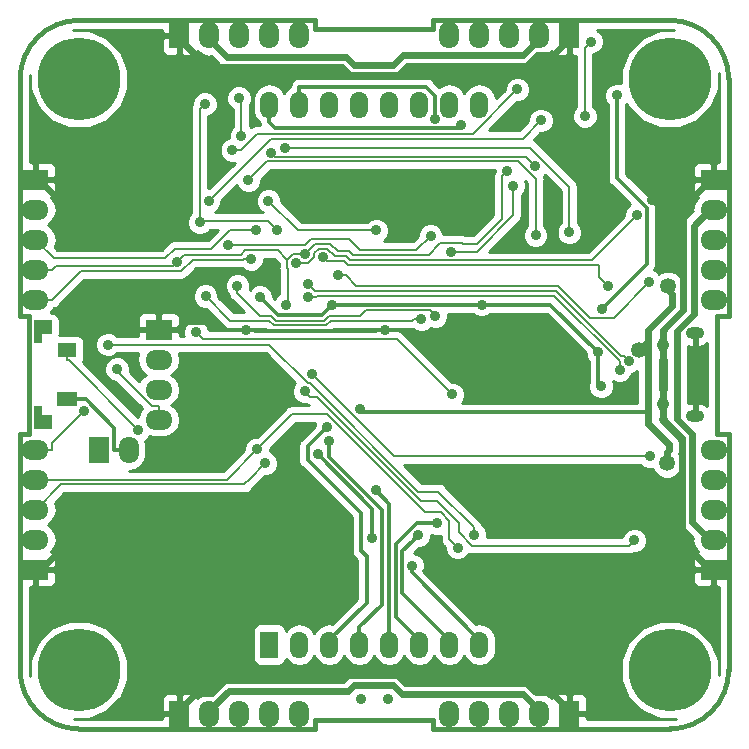
<source format=gbr>
%TF.GenerationSoftware,KiCad,Pcbnew,5.0.2-bee76a0~70~ubuntu16.04.1*%
%TF.CreationDate,2019-02-12T08:58:08+01:00*%
%TF.ProjectId,bcl4v2,62636c34-7632-42e6-9b69-6361645f7063,rev?*%
%TF.SameCoordinates,Original*%
%TF.FileFunction,Copper,L1,Top*%
%TF.FilePolarity,Positive*%
%FSLAX46Y46*%
G04 Gerber Fmt 4.6, Leading zero omitted, Abs format (unit mm)*
G04 Created by KiCad (PCBNEW 5.0.2-bee76a0~70~ubuntu16.04.1) date Út 12. únor 2019, 08:58:08 CET*
%MOMM*%
%LPD*%
G01*
G04 APERTURE LIST*
%ADD10C,0.381000*%
%ADD11C,7.000000*%
%ADD12C,0.910000*%
%ADD13R,1.700000X2.300000*%
%ADD14O,1.700000X2.300000*%
%ADD15R,2.300000X1.700000*%
%ADD16O,2.300000X1.700000*%
%ADD17O,0.950000X1.250000*%
%ADD18O,1.550000X1.000000*%
%ADD19R,1.500000X1.200000*%
%ADD20R,0.700000X1.500000*%
%ADD21R,1.700000X1.200000*%
%ADD22R,1.600000X1.200000*%
%ADD23O,1.524000X2.286000*%
%ADD24R,1.524000X2.286000*%
%ADD25C,0.889000*%
%ADD26C,1.346200*%
%ADD27C,0.304800*%
%ADD28C,0.609600*%
%ADD29C,0.203200*%
%ADD30C,0.254000*%
G04 APERTURE END LIST*
D10*
X70000000Y-95000000D02*
X70000000Y-75000000D01*
X70000000Y-125000000D02*
X70000000Y-105000000D01*
X95000000Y-130000000D02*
X75000000Y-130000000D01*
X125000000Y-130000000D02*
X105000000Y-130000000D01*
X130000000Y-105000000D02*
X130000000Y-125000000D01*
X130000000Y-75000000D02*
X130000000Y-95000000D01*
X105000000Y-70000000D02*
X125000000Y-70000000D01*
X75000000Y-70000000D02*
X95000000Y-70000000D01*
X75000000Y-130000000D02*
G75*
G02X70000000Y-125000000I0J5000000D01*
G01*
X130000000Y-125000000D02*
G75*
G02X125000000Y-130000000I-5000000J0D01*
G01*
X125000000Y-70000000D02*
G75*
G02X130000000Y-75000000I0J-5000000D01*
G01*
X70000000Y-75000000D02*
G75*
G02X75000000Y-70000000I5000000J0D01*
G01*
X105000000Y-70750000D02*
X105000000Y-70000000D01*
X95000000Y-70750000D02*
X105000000Y-70750000D01*
X95000000Y-70000000D02*
X95000000Y-70750000D01*
X70750000Y-105000000D02*
X70000000Y-105000000D01*
X70750000Y-95000000D02*
X70750000Y-105000000D01*
X70000000Y-95000000D02*
X70750000Y-95000000D01*
X105000000Y-129250000D02*
X105000000Y-130000000D01*
X95000000Y-129250000D02*
X105000000Y-129250000D01*
X95000000Y-130000000D02*
X95000000Y-129250000D01*
X129000000Y-105000000D02*
X130000000Y-105000000D01*
X129000000Y-95000000D02*
X129000000Y-105000000D01*
X130000000Y-95000000D02*
X129000000Y-95000000D01*
D11*
X125000000Y-125000000D03*
D12*
X98850000Y-127500000D03*
X101150000Y-127500000D03*
D13*
X83490000Y-128730000D03*
D14*
X86030000Y-128730000D03*
X88570000Y-128730000D03*
X91110000Y-128730000D03*
X93650000Y-128730000D03*
D15*
X81730000Y-96200000D03*
D16*
X81730000Y-98740000D03*
X81730000Y-101280000D03*
X81730000Y-103820000D03*
D17*
X124450000Y-97500000D03*
X124450000Y-102500000D03*
D18*
X127150000Y-96500000D03*
X127150000Y-103500000D03*
D11*
X75000000Y-125000000D03*
X75000000Y-75000000D03*
X125000000Y-75000000D03*
D13*
X83490000Y-71270000D03*
D14*
X86030000Y-71270000D03*
X88570000Y-71270000D03*
X91110000Y-71270000D03*
X93650000Y-71270000D03*
D13*
X116510000Y-71270000D03*
D14*
X113970000Y-71270000D03*
X111430000Y-71270000D03*
X108890000Y-71270000D03*
X106350000Y-71270000D03*
D13*
X116510000Y-128730000D03*
D14*
X113970000Y-128730000D03*
X111430000Y-128730000D03*
X108890000Y-128730000D03*
X106350000Y-128730000D03*
D15*
X71270000Y-116510000D03*
D16*
X71270000Y-113970000D03*
X71270000Y-111430000D03*
X71270000Y-108890000D03*
X71270000Y-106350000D03*
D15*
X71270000Y-83490000D03*
D16*
X71270000Y-86030000D03*
X71270000Y-88570000D03*
X71270000Y-91110000D03*
X71270000Y-93650000D03*
D15*
X128730000Y-83490000D03*
D16*
X128730000Y-86030000D03*
X128730000Y-88570000D03*
X128730000Y-91110000D03*
X128730000Y-93650000D03*
D15*
X128730000Y-116510000D03*
D16*
X128730000Y-113970000D03*
X128730000Y-111430000D03*
X128730000Y-108890000D03*
X128730000Y-106350000D03*
D13*
X76650000Y-106350000D03*
D14*
X79190000Y-106350000D03*
D19*
X71950000Y-104000000D03*
X71950000Y-96000000D03*
D20*
X71550000Y-103450000D03*
X71550000Y-96550000D03*
D21*
X74000000Y-102100000D03*
D22*
X74000000Y-97900000D03*
D23*
X91110000Y-77140000D03*
X93650000Y-77140000D03*
X96190000Y-77140000D03*
X98730000Y-77140000D03*
X101270000Y-77140000D03*
X103810000Y-77140000D03*
X106350000Y-77140000D03*
X108890000Y-77140000D03*
X106350000Y-122860000D03*
X108890000Y-122860000D03*
X98730000Y-122860000D03*
X101270000Y-122860000D03*
X96190000Y-122860000D03*
X103810000Y-122860000D03*
X93650000Y-122860000D03*
D24*
X91110000Y-122860000D03*
D25*
X100893600Y-96200000D03*
X89143600Y-96200000D03*
X96474100Y-74457500D03*
X100762000Y-125281500D03*
X84098700Y-80442300D03*
X78973300Y-83445000D03*
X80125300Y-113900000D03*
D26*
X73700000Y-86100000D03*
X73800000Y-113900000D03*
D25*
X88950000Y-85700000D03*
X81100000Y-107050000D03*
X123532578Y-85216901D03*
X86360000Y-114300000D03*
X113650000Y-88195900D03*
X89330700Y-83553400D03*
X78208500Y-99534000D03*
X98789600Y-102920300D03*
D26*
X124868000Y-92500000D03*
X124768000Y-107500000D03*
X122422592Y-97877408D03*
D25*
X119195700Y-101002000D03*
X90308500Y-93448800D03*
X96426500Y-94080500D03*
X118955900Y-98126000D03*
X119278800Y-94429100D03*
X120553200Y-76364900D03*
X109070246Y-94076300D03*
X83268000Y-90483200D03*
X94094400Y-89765119D03*
X123300000Y-106925000D03*
X92500000Y-94075000D03*
X111249998Y-82750000D03*
X94742000Y-99981666D03*
X90042900Y-106324500D03*
X91756200Y-87748600D03*
X123277962Y-92185190D03*
X96950000Y-91600000D03*
X85211812Y-87115512D03*
X85650000Y-77100000D03*
X107050000Y-114650002D03*
X114097600Y-78477500D03*
X85966600Y-85301100D03*
X118355000Y-71805000D03*
X117809200Y-78120300D03*
X91258300Y-81200200D03*
X113629840Y-82370154D03*
X107347600Y-78850300D03*
X99823600Y-113852600D03*
X95181700Y-106759100D03*
X96007906Y-104417092D03*
X105122900Y-78324600D03*
X105330331Y-112607830D03*
X103715800Y-113614800D03*
X103165682Y-116175391D03*
X100141200Y-109791000D03*
X96157000Y-105594800D03*
X80025200Y-104688300D03*
X92451700Y-80786500D03*
X116500000Y-87969300D03*
X75423900Y-103110000D03*
X112102700Y-75847100D03*
X87964900Y-80977900D03*
X77457200Y-97465000D03*
X108410855Y-113542204D03*
X90762500Y-107513000D03*
X90000000Y-87750000D03*
X95650000Y-90075000D03*
X119750000Y-92500000D03*
X89561900Y-90216500D03*
X93373300Y-90591900D03*
X122250000Y-86500000D03*
X122015600Y-114032000D03*
X94116604Y-101431576D03*
X94400000Y-92355500D03*
X121549473Y-98868472D03*
X94400000Y-93444500D03*
X120766502Y-99629973D03*
X88738600Y-79784400D03*
X88529269Y-76600690D03*
X106442500Y-89587868D03*
X111750004Y-84000000D03*
X91027900Y-85301600D03*
X100150000Y-87800000D03*
X85702400Y-93356600D03*
X103980000Y-95285600D03*
X88394700Y-92484800D03*
X105165200Y-95029500D03*
X87633500Y-89009300D03*
X104750000Y-88250000D03*
X84895900Y-96430500D03*
X106589800Y-101676300D03*
D27*
X89143600Y-96200000D02*
X86428800Y-96200000D01*
X86428800Y-96200000D02*
X85858900Y-95630100D01*
X85858900Y-95630100D02*
X83805800Y-95630100D01*
X83805800Y-95630100D02*
X83235900Y-96200000D01*
X95866600Y-74000000D02*
X96324100Y-74457500D01*
X96324100Y-74457500D02*
X96474100Y-74457500D01*
X81730000Y-96200000D02*
X83235900Y-96200000D01*
D28*
X83490000Y-128730000D02*
X83490000Y-128430000D01*
X83490000Y-128430000D02*
X84920000Y-127000000D01*
X84920000Y-127000000D02*
X86238700Y-127000000D01*
X86238700Y-127000000D02*
X87338700Y-125900000D01*
X87338700Y-125900000D02*
X97300000Y-125900000D01*
X97300000Y-125900000D02*
X97763600Y-125436000D01*
X97763600Y-125436000D02*
X100607500Y-125436000D01*
D27*
X78973300Y-83445000D02*
X81096000Y-83445000D01*
X81096000Y-83445000D02*
X84098700Y-80442300D01*
D28*
X95866600Y-74000000D02*
X97278700Y-74000000D01*
X97278700Y-74000000D02*
X97942300Y-74663600D01*
X97942300Y-74663600D02*
X101958000Y-74663600D01*
X101958000Y-74663600D02*
X102779000Y-73842400D01*
X102779000Y-73842400D02*
X112919000Y-73842400D01*
X112919000Y-73842400D02*
X113783000Y-72978800D01*
X113783000Y-72978800D02*
X115101000Y-72978800D01*
X115101000Y-72978800D02*
X116510000Y-71570000D01*
X116510000Y-71570000D02*
X116510000Y-71270000D01*
X83490000Y-71270000D02*
X83490000Y-71570000D01*
X83490000Y-71570000D02*
X85920000Y-74000000D01*
D27*
X100607500Y-125436000D02*
X100762000Y-125281500D01*
D28*
X100607500Y-125436000D02*
X101958000Y-125436000D01*
X101958000Y-125436000D02*
X102621000Y-126100000D01*
X102621000Y-126100000D02*
X112861000Y-126100000D01*
X112861000Y-126100000D02*
X113661000Y-126900000D01*
X113661000Y-126900000D02*
X114980000Y-126900000D01*
X114980000Y-126900000D02*
X116510000Y-128430000D01*
X116510000Y-128430000D02*
X116510000Y-128730000D01*
X126100000Y-85913700D02*
X126100000Y-85820000D01*
X126100000Y-85820000D02*
X128430000Y-83490000D01*
X128430000Y-83490000D02*
X128730000Y-83490000D01*
X124450000Y-97500000D02*
X124450000Y-96206300D01*
X124450000Y-96206300D02*
X126100000Y-94556300D01*
X126100000Y-94556300D02*
X126100000Y-85913700D01*
D27*
X73700000Y-85600000D02*
X75855000Y-83445000D01*
X75855000Y-83445000D02*
X78973300Y-83445000D01*
X73800000Y-113900000D02*
X80125300Y-113900000D01*
D28*
X73700000Y-85600000D02*
X73700000Y-86100000D01*
X71270000Y-83490000D02*
X71590000Y-83490000D01*
X71590000Y-83490000D02*
X73700000Y-85600000D01*
X71270000Y-116510000D02*
X71690000Y-116510000D01*
X71690000Y-116510000D02*
X73800000Y-114400000D01*
X73800000Y-114400000D02*
X73800000Y-113900000D01*
X124450000Y-102500000D02*
X124450000Y-103794000D01*
X124450000Y-103794000D02*
X126000000Y-105344000D01*
X126000000Y-105344000D02*
X126000000Y-114080000D01*
X126000000Y-114080000D02*
X128430000Y-116510000D01*
X128430000Y-116510000D02*
X128730000Y-116510000D01*
X124450000Y-97500000D02*
X124450000Y-102500000D01*
D27*
X100264983Y-96200000D02*
X100893600Y-96200000D01*
X89772217Y-96200000D02*
X89868050Y-96295833D01*
X89143600Y-96200000D02*
X89772217Y-96200000D01*
X89868050Y-96295833D02*
X100169150Y-96295833D01*
X100169150Y-96295833D02*
X100264983Y-96200000D01*
D28*
X85920000Y-74000000D02*
X89500000Y-74000000D01*
X89500000Y-74000000D02*
X95866600Y-74000000D01*
D27*
X89578617Y-85700000D02*
X89650000Y-85628617D01*
X88950000Y-85700000D02*
X89578617Y-85700000D01*
X81100000Y-107050000D02*
X81700000Y-106450000D01*
X81700000Y-106450000D02*
X82000000Y-106150000D01*
X124229377Y-85913700D02*
X123977077Y-85661400D01*
X126100000Y-85913700D02*
X124229377Y-85913700D01*
X123977077Y-85661400D02*
X123532578Y-85216901D01*
X85960000Y-113900000D02*
X86360000Y-114300000D01*
X80125300Y-113900000D02*
X85960000Y-113900000D01*
D29*
X90934100Y-81950000D02*
X89330700Y-83553400D01*
X112150000Y-81950000D02*
X90934100Y-81950000D01*
X113650000Y-88195900D02*
X113650000Y-83450000D01*
X113650000Y-83450000D02*
X112150000Y-81950000D01*
X81730000Y-102664900D02*
X81146000Y-102664900D01*
X81146000Y-102664900D02*
X78208500Y-99727400D01*
X78208500Y-99727400D02*
X78208500Y-99534000D01*
X81730000Y-103820000D02*
X81730000Y-102664900D01*
D27*
X123200000Y-103170900D02*
X99040200Y-103170900D01*
X99040200Y-103170900D02*
X98789600Y-102920300D01*
D28*
X123200000Y-103170900D02*
X123200000Y-96800000D01*
X124768000Y-107500000D02*
X124768000Y-106548000D01*
X124768000Y-106548000D02*
X124900000Y-106416000D01*
X124900000Y-106416000D02*
X124900000Y-105900000D01*
X124900000Y-105900000D02*
X123200000Y-104200000D01*
X123200000Y-104200000D02*
X123200000Y-103170900D01*
X123200000Y-96800000D02*
X123200000Y-96235000D01*
X123200000Y-96235000D02*
X125200000Y-94235000D01*
X125200000Y-94235000D02*
X125200000Y-93200000D01*
X125200000Y-93200000D02*
X124868000Y-92868100D01*
X124868000Y-92868100D02*
X124868000Y-92500000D01*
X123200000Y-96800000D02*
X123200000Y-97100000D01*
X123200000Y-97100000D02*
X123095691Y-97204309D01*
X123095691Y-97204309D02*
X122422592Y-97877408D01*
D27*
X118955900Y-98126000D02*
X118955900Y-100762200D01*
X118955900Y-100762200D02*
X119195700Y-101002000D01*
X77984100Y-106350000D02*
X77984100Y-104538200D01*
X77984100Y-104538200D02*
X75545900Y-102100000D01*
X75545900Y-102100000D02*
X74000000Y-102100000D01*
X79190000Y-106350000D02*
X77984100Y-106350000D01*
X90308500Y-93448800D02*
X91834700Y-94975000D01*
X91834700Y-94975000D02*
X95532000Y-94975000D01*
X95532000Y-94975000D02*
X96426500Y-94080500D01*
X114906200Y-94076300D02*
X109070246Y-94076300D01*
X97055117Y-94080500D02*
X97059317Y-94076300D01*
X97059317Y-94076300D02*
X109070246Y-94076300D01*
X118955900Y-98126000D02*
X114906200Y-94076300D01*
X96426500Y-94080500D02*
X97055117Y-94080500D01*
X120553200Y-76993517D02*
X120553200Y-76364900D01*
X119278800Y-94429100D02*
X123050101Y-90657799D01*
X123050101Y-85865951D02*
X120553200Y-83369050D01*
X123050101Y-90657799D02*
X123050101Y-85865951D01*
X120553200Y-83369050D02*
X120553200Y-76993517D01*
D28*
X86030000Y-128430000D02*
X87660000Y-126800000D01*
X87660000Y-126800000D02*
X97800000Y-126800000D01*
X97800000Y-126800000D02*
X98300000Y-126300000D01*
X98300000Y-126300000D02*
X101600000Y-126300000D01*
X101600000Y-126300000D02*
X102321000Y-127021000D01*
X102321000Y-127021000D02*
X112561000Y-127021000D01*
X112561000Y-127021000D02*
X113970000Y-128430000D01*
X113970000Y-128430000D02*
X113970000Y-128730000D01*
X128730000Y-113970000D02*
X128430000Y-113970000D01*
X128430000Y-113970000D02*
X126900000Y-112440000D01*
X126900000Y-112440000D02*
X126900000Y-105022000D01*
X126900000Y-105022000D02*
X125600000Y-103722000D01*
X125600000Y-103722000D02*
X125600000Y-96277600D01*
X125600000Y-96277600D02*
X127021000Y-94856400D01*
X127021000Y-94856400D02*
X127021000Y-87378800D01*
X127021000Y-87378800D02*
X128370000Y-86030000D01*
X128370000Y-86030000D02*
X128730000Y-86030000D01*
X86030000Y-71270000D02*
X86030000Y-71570000D01*
X86030000Y-71570000D02*
X87560000Y-73100000D01*
X87560000Y-73100000D02*
X97600000Y-73100000D01*
X97600000Y-73100000D02*
X98300000Y-73800000D01*
X98300000Y-73800000D02*
X101600000Y-73800000D01*
X101600000Y-73800000D02*
X102421000Y-72978800D01*
X102421000Y-72978800D02*
X112561000Y-72978800D01*
X112561000Y-72978800D02*
X113970000Y-71570000D01*
X113970000Y-71570000D02*
X113970000Y-71270000D01*
X86030000Y-128730000D02*
X86030000Y-128430000D01*
D29*
X92623700Y-90281400D02*
X93139981Y-89765119D01*
X93139981Y-89765119D02*
X94094400Y-89765119D01*
X92623700Y-90281400D02*
X92623700Y-90975100D01*
X92623700Y-90975100D02*
X92700000Y-91051400D01*
X92700000Y-91051400D02*
X92700000Y-93875000D01*
X92700000Y-93875000D02*
X92500000Y-94075000D01*
X94094400Y-89765119D02*
X94276165Y-89765119D01*
X92623999Y-90232235D02*
X92623999Y-90951565D01*
X73035100Y-90800000D02*
X82951200Y-90800000D01*
X82951200Y-90800000D02*
X83901200Y-89850000D01*
X72725100Y-91110000D02*
X73035100Y-90800000D01*
X71270000Y-91110000D02*
X72725100Y-91110000D01*
X89074600Y-89466200D02*
X91808500Y-89466200D01*
X91808500Y-89466200D02*
X92623700Y-90281400D01*
X88690800Y-89850000D02*
X89074600Y-89466200D01*
X83901200Y-89850000D02*
X88690800Y-89850000D01*
X94940230Y-88919289D02*
X96269289Y-88919289D01*
X94094400Y-89765119D02*
X94940230Y-88919289D01*
X96906467Y-89556467D02*
X97856467Y-89556467D01*
X96269289Y-88919289D02*
X96906467Y-89556467D01*
X98145110Y-89845110D02*
X104604890Y-89845110D01*
X97856467Y-89556467D02*
X98145110Y-89845110D01*
X104604890Y-89845110D02*
X105499301Y-88950699D01*
X110805499Y-83194499D02*
X110805499Y-86794501D01*
X111249998Y-82750000D02*
X110805499Y-83194499D01*
X108650000Y-88950000D02*
X107500000Y-88950000D01*
X110805499Y-86794501D02*
X108650000Y-88950000D01*
X105611433Y-88838567D02*
X105499301Y-88950699D01*
X107388567Y-88838567D02*
X105611433Y-88838567D01*
X107500000Y-88950000D02*
X107388567Y-88838567D01*
X123300000Y-106925000D02*
X101685334Y-106925000D01*
X95186499Y-100426165D02*
X94742000Y-99981666D01*
X101685334Y-106925000D02*
X95186499Y-100426165D01*
X71270000Y-108890000D02*
X87477400Y-108890000D01*
X87477400Y-108890000D02*
X90042900Y-106324500D01*
X97578617Y-91600000D02*
X96950000Y-91600000D01*
X118238762Y-95178401D02*
X115560361Y-92500000D01*
X120284751Y-95178401D02*
X118238762Y-95178401D01*
X123277962Y-92185190D02*
X120284751Y-95178401D01*
X115560361Y-92500000D02*
X98478617Y-92500000D01*
X98478617Y-92500000D02*
X97578617Y-91600000D01*
X85139600Y-87187724D02*
X85211812Y-87115512D01*
X91008297Y-87000697D02*
X85326627Y-87000697D01*
X85326627Y-87000697D02*
X85211812Y-87115512D01*
X91756200Y-87748600D02*
X91008297Y-87000697D01*
X85448200Y-87351800D02*
X85205501Y-87109101D01*
X85205501Y-87109101D02*
X85205501Y-77544499D01*
X85205501Y-77544499D02*
X85650000Y-77100000D01*
X93016702Y-103350698D02*
X96001198Y-103350698D01*
X96001198Y-103350698D02*
X104256001Y-111605501D01*
X106355501Y-112355501D02*
X106355501Y-113955503D01*
X104256001Y-111605501D02*
X105605501Y-111605501D01*
X105605501Y-111605501D02*
X106355501Y-112355501D01*
X106355501Y-113955503D02*
X106605501Y-114205503D01*
X90042900Y-106324500D02*
X93016702Y-103350698D01*
X106605501Y-114205503D02*
X107050000Y-114650002D01*
X85966600Y-85301100D02*
X91254700Y-80013000D01*
X91254700Y-80013000D02*
X112562100Y-80013000D01*
X112562100Y-80013000D02*
X114097600Y-78477500D01*
X117809200Y-78120300D02*
X117809200Y-72350800D01*
X117809200Y-72350800D02*
X118355000Y-71805000D01*
X112803275Y-81543589D02*
X113629840Y-82370154D01*
X91601689Y-81543589D02*
X112803275Y-81543589D01*
X91258300Y-81200200D02*
X91601689Y-81543589D01*
D27*
X91110000Y-78638900D02*
X91596200Y-79125100D01*
X91596200Y-79125100D02*
X107072800Y-79125100D01*
X107072800Y-79125100D02*
X107347600Y-78850300D01*
X91110000Y-77140000D02*
X91110000Y-78638900D01*
X95181700Y-106759100D02*
X99823600Y-111401000D01*
X99823600Y-111401000D02*
X99823600Y-113852600D01*
X94350200Y-107250200D02*
X94350200Y-106074798D01*
X98850000Y-111750000D02*
X94350200Y-107250200D01*
X94350200Y-106074798D02*
X96007906Y-104417092D01*
X98850000Y-114900000D02*
X98850000Y-111750000D01*
X96190000Y-122860000D02*
X96190000Y-122479000D01*
X99350000Y-115400000D02*
X98850000Y-114900000D01*
X96190000Y-122479000D02*
X99350000Y-119319000D01*
X99350000Y-119319000D02*
X99350000Y-115400000D01*
X93650000Y-77140000D02*
X93650000Y-75641100D01*
X93650000Y-75641100D02*
X104373100Y-75641100D01*
X104373100Y-75641100D02*
X105122900Y-76390900D01*
X105122900Y-76390900D02*
X105122900Y-78324600D01*
X104701714Y-112607830D02*
X105330331Y-112607830D01*
X101857571Y-114341129D02*
X103590870Y-112607830D01*
X103810000Y-122479000D02*
X101857571Y-120526571D01*
X103590870Y-112607830D02*
X104701714Y-112607830D01*
X103810000Y-122860000D02*
X103810000Y-122479000D01*
X101857571Y-120526571D02*
X101857571Y-114341129D01*
X102365581Y-114965019D02*
X103271301Y-114059299D01*
X106350000Y-122860000D02*
X106350000Y-122479000D01*
X102365581Y-118494581D02*
X102365581Y-114965019D01*
X103271301Y-114059299D02*
X103715800Y-113614800D01*
X106350000Y-122479000D02*
X102365581Y-118494581D01*
X108890000Y-122479000D02*
X103165682Y-116754682D01*
X103165682Y-116754682D02*
X103165682Y-116175391D01*
X108890000Y-122860000D02*
X108890000Y-122479000D01*
X101270000Y-122860000D02*
X101270000Y-110919800D01*
X101270000Y-110919800D02*
X100141200Y-109791000D01*
X98730000Y-121361100D02*
X100624000Y-119467100D01*
X100624000Y-119467100D02*
X100624000Y-111482400D01*
X100624000Y-111482400D02*
X96157000Y-107015400D01*
X96157000Y-107015400D02*
X96157000Y-105594800D01*
X98730000Y-122860000D02*
X98730000Y-121361100D01*
D29*
X74000000Y-97900000D02*
X74000000Y-98805100D01*
X74000000Y-98805100D02*
X74142000Y-98805100D01*
X74142000Y-98805100D02*
X80025200Y-104688300D01*
X71270000Y-106350000D02*
X72725100Y-106350000D01*
X75423900Y-103110000D02*
X72725100Y-105808800D01*
X72725100Y-105808800D02*
X72725100Y-106350000D01*
X92451700Y-80786500D02*
X113155154Y-80786500D01*
X116500000Y-84131346D02*
X116500000Y-87969300D01*
X113155154Y-80786500D02*
X116500000Y-84131346D01*
X87964900Y-80977900D02*
X88664500Y-80977900D01*
X88664500Y-80977900D02*
X90036100Y-79606300D01*
X90036100Y-79606300D02*
X108343500Y-79606300D01*
X108343500Y-79606300D02*
X112102700Y-75847100D01*
X94530967Y-100730967D02*
X103705501Y-109905501D01*
X91116368Y-97465000D02*
X94382335Y-100730967D01*
X103705501Y-109905501D02*
X105402769Y-109905501D01*
X105402769Y-109905501D02*
X108410855Y-112913587D01*
X108410855Y-112913587D02*
X108410855Y-113542204D01*
X77457200Y-97465000D02*
X91116368Y-97465000D01*
X94382335Y-100730967D02*
X94530967Y-100730967D01*
X71270000Y-111430000D02*
X71320000Y-111430000D01*
X88979090Y-109296410D02*
X89425500Y-108850000D01*
X73453590Y-109296410D02*
X88979090Y-109296410D01*
X71320000Y-111430000D02*
X73453590Y-109296410D01*
X90762500Y-107513000D02*
X89425500Y-108850000D01*
X87783834Y-87750000D02*
X89371383Y-87750000D01*
X72850000Y-90150000D02*
X82300000Y-90150000D01*
X89371383Y-87750000D02*
X90000000Y-87750000D01*
X86183834Y-89350000D02*
X87783834Y-87750000D01*
X71270000Y-88570000D02*
X72850000Y-90150000D01*
X82300000Y-90150000D02*
X83100000Y-89350000D01*
X83100000Y-89350000D02*
X86183834Y-89350000D01*
X95944288Y-90369288D02*
X95650000Y-90075000D01*
X97777305Y-90743589D02*
X97403004Y-90369288D01*
X97403004Y-90369288D02*
X95944288Y-90369288D01*
X119000000Y-90743589D02*
X97777305Y-90743589D01*
X119000000Y-90743589D02*
X119000000Y-91750000D01*
X119000000Y-91750000D02*
X119750000Y-92500000D01*
X88933283Y-90216500D02*
X88893373Y-90256410D01*
X89561900Y-90216500D02*
X88933283Y-90216500D01*
X88893373Y-90256410D02*
X88859140Y-90256410D01*
X72725100Y-93650000D02*
X75142300Y-91232800D01*
X71270000Y-93650000D02*
X72725100Y-93650000D01*
X88899050Y-90216500D02*
X88859140Y-90256410D01*
X89561900Y-90216500D02*
X88899050Y-90216500D01*
X83627366Y-91232800D02*
X83350000Y-91232800D01*
X84603756Y-90256410D02*
X83627366Y-91232800D01*
X88859140Y-90256410D02*
X84603756Y-90256410D01*
X75142300Y-91232800D02*
X83350000Y-91232800D01*
X97571344Y-89962877D02*
X97945645Y-90337178D01*
X118412822Y-90337178D02*
X121805501Y-86944499D01*
X94900699Y-90040335D02*
X94900699Y-89715335D01*
X93373300Y-90591900D02*
X94349134Y-90591900D01*
X121805501Y-86944499D02*
X122250000Y-86500000D01*
X95290335Y-89325699D02*
X96009665Y-89325699D01*
X94349134Y-90591900D02*
X94900699Y-90040335D01*
X97945645Y-90337178D02*
X118412822Y-90337178D01*
X96646843Y-89962877D02*
X97571344Y-89962877D01*
X96009665Y-89325699D02*
X96646843Y-89962877D01*
X94900699Y-89715335D02*
X95290335Y-89325699D01*
X121571101Y-114476499D02*
X108285465Y-114476499D01*
X108285465Y-114476499D02*
X107159665Y-113350699D01*
X107159665Y-113350699D02*
X107159665Y-112568631D01*
X95101325Y-101876075D02*
X94561103Y-101876075D01*
X122015600Y-114032000D02*
X121571101Y-114476499D01*
X107159665Y-112568631D02*
X105290335Y-110699301D01*
X105290335Y-110699301D02*
X103924551Y-110699301D01*
X103924551Y-110699301D02*
X95101325Y-101876075D01*
X94561103Y-101876075D02*
X94116604Y-101431576D01*
X121104974Y-98423973D02*
X121549473Y-98868472D01*
X115391991Y-92906411D02*
X120909553Y-98423973D01*
X120909553Y-98423973D02*
X121104974Y-98423973D01*
X94400000Y-92355500D02*
X94950911Y-92906411D01*
X94950911Y-92906411D02*
X115391991Y-92906411D01*
X115223640Y-93312822D02*
X120766502Y-98855684D01*
X120766502Y-99001356D02*
X120766502Y-99629973D01*
X94400000Y-93444500D02*
X95028617Y-93444500D01*
X120766502Y-98855684D02*
X120766502Y-99001356D01*
X95160295Y-93312822D02*
X115223640Y-93312822D01*
X95028617Y-93444500D02*
X95160295Y-93312822D01*
X88738600Y-76810021D02*
X88529269Y-76600690D01*
X88738600Y-79784400D02*
X88738600Y-76810021D01*
X108687810Y-89587868D02*
X111750004Y-86525674D01*
X111750004Y-86525674D02*
X111750004Y-84000000D01*
X106442500Y-89587868D02*
X108687810Y-89587868D01*
X93526300Y-87800000D02*
X99521383Y-87800000D01*
X91027900Y-85301600D02*
X93526300Y-87800000D01*
X99521383Y-87800000D02*
X100150000Y-87800000D01*
X103351383Y-95285600D02*
X103198361Y-95438622D01*
X91076978Y-95438622D02*
X87784422Y-95438622D01*
X91476978Y-95838622D02*
X91076978Y-95438622D01*
X103198361Y-95438622D02*
X96289722Y-95438622D01*
X87784422Y-95438622D02*
X85702400Y-93356600D01*
X103980000Y-95285600D02*
X103351383Y-95285600D01*
X95889722Y-95838622D02*
X91476978Y-95838622D01*
X96289722Y-95438622D02*
X95889722Y-95838622D01*
X91245318Y-95032211D02*
X90313494Y-95032211D01*
X104671700Y-94536000D02*
X99299000Y-94536000D01*
X99299000Y-94536000D02*
X98802789Y-95032211D01*
X105165200Y-95029500D02*
X104671700Y-94536000D01*
X90313494Y-95032211D02*
X88394700Y-93113417D01*
X91645318Y-95432211D02*
X91245318Y-95032211D01*
X96121382Y-95032211D02*
X95721382Y-95432211D01*
X88394700Y-93113417D02*
X88394700Y-92484800D01*
X95721382Y-95432211D02*
X91645318Y-95432211D01*
X98802789Y-95032211D02*
X96121382Y-95032211D01*
X103561300Y-89438700D02*
X104750000Y-88250000D01*
X98788700Y-89438700D02*
X103561300Y-89438700D01*
X87633500Y-89009300D02*
X94140700Y-89009300D01*
X97850000Y-88500000D02*
X98788700Y-89438700D01*
X94140700Y-89009300D02*
X94650000Y-88500000D01*
X94650000Y-88500000D02*
X97850000Y-88500000D01*
X106589800Y-101676300D02*
X101915300Y-97001800D01*
X101915300Y-97001800D02*
X85467200Y-97001800D01*
X85467200Y-97001800D02*
X84895900Y-96430500D01*
D30*
G36*
X94928406Y-104202366D02*
X94928406Y-104383040D01*
X93848263Y-105463184D01*
X93782517Y-105507114D01*
X93738587Y-105572860D01*
X93608486Y-105767570D01*
X93547374Y-106074798D01*
X93562801Y-106152353D01*
X93562800Y-107172648D01*
X93547374Y-107250200D01*
X93562800Y-107327751D01*
X93608485Y-107557427D01*
X93782516Y-107817884D01*
X93848265Y-107861816D01*
X98062601Y-112076153D01*
X98062600Y-114822449D01*
X98047174Y-114900000D01*
X98062600Y-114977551D01*
X98108285Y-115207227D01*
X98282316Y-115467684D01*
X98348065Y-115511616D01*
X98562601Y-115726152D01*
X98562600Y-118992848D01*
X96449249Y-121106200D01*
X96190000Y-121054632D01*
X95644918Y-121163056D01*
X95182820Y-121471821D01*
X94920000Y-121865159D01*
X94657179Y-121471820D01*
X94195081Y-121163056D01*
X93650000Y-121054632D01*
X93104918Y-121163056D01*
X92642820Y-121471821D01*
X92510162Y-121670357D01*
X92470157Y-121469235D01*
X92329809Y-121259191D01*
X92119765Y-121118843D01*
X91872000Y-121069560D01*
X90348000Y-121069560D01*
X90100235Y-121118843D01*
X89890191Y-121259191D01*
X89749843Y-121469235D01*
X89700560Y-121717000D01*
X89700560Y-124003000D01*
X89749843Y-124250765D01*
X89890191Y-124460809D01*
X90100235Y-124601157D01*
X90348000Y-124650440D01*
X91872000Y-124650440D01*
X92119765Y-124601157D01*
X92329809Y-124460809D01*
X92470157Y-124250765D01*
X92510162Y-124049643D01*
X92642821Y-124248180D01*
X93104919Y-124556944D01*
X93650000Y-124665368D01*
X94195082Y-124556944D01*
X94657180Y-124248180D01*
X94920000Y-123854842D01*
X95182821Y-124248180D01*
X95644919Y-124556944D01*
X96190000Y-124665368D01*
X96735082Y-124556944D01*
X97197180Y-124248180D01*
X97460000Y-123854842D01*
X97722821Y-124248180D01*
X98184919Y-124556944D01*
X98730000Y-124665368D01*
X99275082Y-124556944D01*
X99737180Y-124248180D01*
X100000000Y-123854842D01*
X100262821Y-124248180D01*
X100724919Y-124556944D01*
X101270000Y-124665368D01*
X101815082Y-124556944D01*
X102277180Y-124248180D01*
X102540000Y-123854842D01*
X102802821Y-124248180D01*
X103264919Y-124556944D01*
X103810000Y-124665368D01*
X104355082Y-124556944D01*
X104817180Y-124248180D01*
X105080000Y-123854842D01*
X105342821Y-124248180D01*
X105804919Y-124556944D01*
X106350000Y-124665368D01*
X106895082Y-124556944D01*
X107357180Y-124248180D01*
X107620000Y-123854842D01*
X107882821Y-124248180D01*
X108344919Y-124556944D01*
X108890000Y-124665368D01*
X109435082Y-124556944D01*
X109897180Y-124248180D01*
X110205944Y-123786082D01*
X110287000Y-123378587D01*
X110287000Y-122341412D01*
X110205944Y-121933918D01*
X109897179Y-121471820D01*
X109435081Y-121163056D01*
X108890000Y-121054632D01*
X108630752Y-121106200D01*
X104320302Y-116795750D01*
X126945000Y-116795750D01*
X126945000Y-117486310D01*
X127041673Y-117719699D01*
X127220302Y-117898327D01*
X127453691Y-117995000D01*
X128444250Y-117995000D01*
X128603000Y-117836250D01*
X128603000Y-116637000D01*
X127103750Y-116637000D01*
X126945000Y-116795750D01*
X104320302Y-116795750D01*
X104148377Y-116623826D01*
X104245182Y-116390117D01*
X104245182Y-115960665D01*
X104080838Y-115563903D01*
X103777170Y-115260235D01*
X103380408Y-115095891D01*
X103348260Y-115095891D01*
X103749851Y-114694300D01*
X103930526Y-114694300D01*
X104327288Y-114529956D01*
X104630956Y-114226288D01*
X104795300Y-113829526D01*
X104795300Y-113554655D01*
X105115605Y-113687330D01*
X105545057Y-113687330D01*
X105618902Y-113656743D01*
X105618902Y-113882958D01*
X105604472Y-113955503D01*
X105661640Y-114242909D01*
X105783350Y-114425061D01*
X105783353Y-114425064D01*
X105824444Y-114486561D01*
X105885942Y-114527653D01*
X105970500Y-114612210D01*
X105970500Y-114864728D01*
X106134844Y-115261490D01*
X106438512Y-115565158D01*
X106835274Y-115729502D01*
X107264726Y-115729502D01*
X107661488Y-115565158D01*
X107965156Y-115261490D01*
X108002534Y-115171250D01*
X108212921Y-115213099D01*
X108212924Y-115213099D01*
X108285465Y-115227528D01*
X108358005Y-115213099D01*
X121498561Y-115213099D01*
X121571101Y-115227528D01*
X121643641Y-115213099D01*
X121643645Y-115213099D01*
X121858508Y-115170360D01*
X121946598Y-115111500D01*
X122230326Y-115111500D01*
X122627088Y-114947156D01*
X122930756Y-114643488D01*
X123095100Y-114246726D01*
X123095100Y-113817274D01*
X122930756Y-113420512D01*
X122627088Y-113116844D01*
X122230326Y-112952500D01*
X121800874Y-112952500D01*
X121404112Y-113116844D01*
X121100444Y-113420512D01*
X120968150Y-113739899D01*
X109490355Y-113739899D01*
X109490355Y-113327478D01*
X109326011Y-112930716D01*
X109125385Y-112730090D01*
X109104716Y-112626180D01*
X109087003Y-112599670D01*
X108983006Y-112444028D01*
X108983004Y-112444026D01*
X108941913Y-112382529D01*
X108880416Y-112341438D01*
X105974919Y-109435942D01*
X105933827Y-109374443D01*
X105690176Y-109211640D01*
X105475313Y-109168901D01*
X105475309Y-109168901D01*
X105402769Y-109154472D01*
X105330229Y-109168901D01*
X104010610Y-109168901D01*
X102503309Y-107661600D01*
X122509956Y-107661600D01*
X122688512Y-107840156D01*
X123085274Y-108004500D01*
X123514726Y-108004500D01*
X123554303Y-107988106D01*
X123659047Y-108240979D01*
X124027021Y-108608953D01*
X124507803Y-108808100D01*
X125028197Y-108808100D01*
X125508979Y-108608953D01*
X125876953Y-108240979D01*
X125960201Y-108040002D01*
X125960200Y-112347446D01*
X125941790Y-112440000D01*
X125960200Y-112532554D01*
X125960200Y-112532558D01*
X126014728Y-112806690D01*
X126014729Y-112806691D01*
X126014729Y-112806692D01*
X126102095Y-112937444D01*
X126222443Y-113117557D01*
X126300910Y-113169988D01*
X126946604Y-113815681D01*
X126915908Y-113970000D01*
X127031161Y-114549418D01*
X127359375Y-115040625D01*
X127381033Y-115055096D01*
X127220302Y-115121673D01*
X127041673Y-115300301D01*
X126945000Y-115533690D01*
X126945000Y-116224250D01*
X127103750Y-116383000D01*
X128603000Y-116383000D01*
X128603000Y-116363000D01*
X128857000Y-116363000D01*
X128857000Y-116383000D01*
X128877000Y-116383000D01*
X128877000Y-116637000D01*
X128857000Y-116637000D01*
X128857000Y-117836250D01*
X129015750Y-117995000D01*
X129174501Y-117995000D01*
X129174501Y-124963224D01*
X129135000Y-125405824D01*
X129135000Y-124177497D01*
X128505483Y-122657711D01*
X127342289Y-121494517D01*
X125822503Y-120865000D01*
X124177497Y-120865000D01*
X122657711Y-121494517D01*
X121494517Y-122657711D01*
X120865000Y-124177497D01*
X120865000Y-125822503D01*
X121494517Y-127342289D01*
X122657711Y-128505483D01*
X124177497Y-129135000D01*
X125507623Y-129135000D01*
X124969732Y-129174500D01*
X117995000Y-129174500D01*
X117995000Y-129015750D01*
X117836250Y-128857000D01*
X116637000Y-128857000D01*
X116637000Y-128877000D01*
X116383000Y-128877000D01*
X116383000Y-128857000D01*
X116363000Y-128857000D01*
X116363000Y-128603000D01*
X116383000Y-128603000D01*
X116383000Y-127103750D01*
X116637000Y-127103750D01*
X116637000Y-128603000D01*
X117836250Y-128603000D01*
X117995000Y-128444250D01*
X117995000Y-127453691D01*
X117898327Y-127220302D01*
X117719699Y-127041673D01*
X117486310Y-126945000D01*
X116795750Y-126945000D01*
X116637000Y-127103750D01*
X116383000Y-127103750D01*
X116224250Y-126945000D01*
X115533690Y-126945000D01*
X115300301Y-127041673D01*
X115121673Y-127220302D01*
X115055096Y-127381033D01*
X115040625Y-127359375D01*
X114549417Y-127031161D01*
X113970000Y-126915908D01*
X113815681Y-126946604D01*
X113290987Y-126421910D01*
X113238557Y-126343443D01*
X112927691Y-126135728D01*
X112653559Y-126081200D01*
X112653554Y-126081200D01*
X112561000Y-126062790D01*
X112468446Y-126081200D01*
X102710278Y-126081200D01*
X102329987Y-125700910D01*
X102277557Y-125622443D01*
X101966691Y-125414728D01*
X101692559Y-125360200D01*
X101692554Y-125360200D01*
X101600000Y-125341790D01*
X101507446Y-125360200D01*
X98392554Y-125360200D01*
X98300000Y-125341790D01*
X98207446Y-125360200D01*
X98207441Y-125360200D01*
X97933309Y-125414728D01*
X97622443Y-125622443D01*
X97570012Y-125700911D01*
X97410723Y-125860200D01*
X87752553Y-125860200D01*
X87659999Y-125841790D01*
X87567445Y-125860200D01*
X87567441Y-125860200D01*
X87293309Y-125914728D01*
X87293308Y-125914729D01*
X87293307Y-125914729D01*
X87227342Y-125958806D01*
X86982443Y-126122443D01*
X86930012Y-126200911D01*
X86184319Y-126946604D01*
X86030000Y-126915908D01*
X85450583Y-127031161D01*
X84959375Y-127359375D01*
X84944904Y-127381033D01*
X84878327Y-127220302D01*
X84699699Y-127041673D01*
X84466310Y-126945000D01*
X83775750Y-126945000D01*
X83617000Y-127103750D01*
X83617000Y-128603000D01*
X83637000Y-128603000D01*
X83637000Y-128857000D01*
X83617000Y-128857000D01*
X83617000Y-128877000D01*
X83363000Y-128877000D01*
X83363000Y-128857000D01*
X82163750Y-128857000D01*
X82005000Y-129015750D01*
X82005000Y-129174500D01*
X75036765Y-129174500D01*
X74594176Y-129135000D01*
X75822503Y-129135000D01*
X77342289Y-128505483D01*
X78394081Y-127453691D01*
X82005000Y-127453691D01*
X82005000Y-128444250D01*
X82163750Y-128603000D01*
X83363000Y-128603000D01*
X83363000Y-127103750D01*
X83204250Y-126945000D01*
X82513690Y-126945000D01*
X82280301Y-127041673D01*
X82101673Y-127220302D01*
X82005000Y-127453691D01*
X78394081Y-127453691D01*
X78505483Y-127342289D01*
X79135000Y-125822503D01*
X79135000Y-124177497D01*
X78505483Y-122657711D01*
X77342289Y-121494517D01*
X75822503Y-120865000D01*
X74177497Y-120865000D01*
X72657711Y-121494517D01*
X71494517Y-122657711D01*
X70865000Y-124177497D01*
X70865000Y-125507623D01*
X70825500Y-124969732D01*
X70825500Y-117995000D01*
X70984250Y-117995000D01*
X71143000Y-117836250D01*
X71143000Y-116637000D01*
X71397000Y-116637000D01*
X71397000Y-117836250D01*
X71555750Y-117995000D01*
X72546309Y-117995000D01*
X72779698Y-117898327D01*
X72958327Y-117719699D01*
X73055000Y-117486310D01*
X73055000Y-116795750D01*
X72896250Y-116637000D01*
X71397000Y-116637000D01*
X71143000Y-116637000D01*
X71123000Y-116637000D01*
X71123000Y-116383000D01*
X71143000Y-116383000D01*
X71143000Y-116363000D01*
X71397000Y-116363000D01*
X71397000Y-116383000D01*
X72896250Y-116383000D01*
X73055000Y-116224250D01*
X73055000Y-115533690D01*
X72958327Y-115300301D01*
X72779698Y-115121673D01*
X72618967Y-115055096D01*
X72640625Y-115040625D01*
X72968839Y-114549418D01*
X73084092Y-113970000D01*
X72968839Y-113390582D01*
X72640625Y-112899375D01*
X72342239Y-112700000D01*
X72640625Y-112500625D01*
X72968839Y-112009418D01*
X73084092Y-111430000D01*
X72968839Y-110850582D01*
X72957739Y-110833970D01*
X73758700Y-110033010D01*
X88906550Y-110033010D01*
X88979090Y-110047439D01*
X89051630Y-110033010D01*
X89051634Y-110033010D01*
X89266497Y-109990271D01*
X89510148Y-109827468D01*
X89551241Y-109765968D01*
X89997651Y-109319558D01*
X90724710Y-108592500D01*
X90977226Y-108592500D01*
X91373988Y-108428156D01*
X91677656Y-108124488D01*
X91842000Y-107727726D01*
X91842000Y-107298274D01*
X91677656Y-106901512D01*
X91373988Y-106597844D01*
X91122400Y-106493633D01*
X91122400Y-106286709D01*
X93321812Y-104087298D01*
X94976069Y-104087298D01*
X94928406Y-104202366D01*
X94928406Y-104202366D01*
G37*
X94928406Y-104202366D02*
X94928406Y-104383040D01*
X93848263Y-105463184D01*
X93782517Y-105507114D01*
X93738587Y-105572860D01*
X93608486Y-105767570D01*
X93547374Y-106074798D01*
X93562801Y-106152353D01*
X93562800Y-107172648D01*
X93547374Y-107250200D01*
X93562800Y-107327751D01*
X93608485Y-107557427D01*
X93782516Y-107817884D01*
X93848265Y-107861816D01*
X98062601Y-112076153D01*
X98062600Y-114822449D01*
X98047174Y-114900000D01*
X98062600Y-114977551D01*
X98108285Y-115207227D01*
X98282316Y-115467684D01*
X98348065Y-115511616D01*
X98562601Y-115726152D01*
X98562600Y-118992848D01*
X96449249Y-121106200D01*
X96190000Y-121054632D01*
X95644918Y-121163056D01*
X95182820Y-121471821D01*
X94920000Y-121865159D01*
X94657179Y-121471820D01*
X94195081Y-121163056D01*
X93650000Y-121054632D01*
X93104918Y-121163056D01*
X92642820Y-121471821D01*
X92510162Y-121670357D01*
X92470157Y-121469235D01*
X92329809Y-121259191D01*
X92119765Y-121118843D01*
X91872000Y-121069560D01*
X90348000Y-121069560D01*
X90100235Y-121118843D01*
X89890191Y-121259191D01*
X89749843Y-121469235D01*
X89700560Y-121717000D01*
X89700560Y-124003000D01*
X89749843Y-124250765D01*
X89890191Y-124460809D01*
X90100235Y-124601157D01*
X90348000Y-124650440D01*
X91872000Y-124650440D01*
X92119765Y-124601157D01*
X92329809Y-124460809D01*
X92470157Y-124250765D01*
X92510162Y-124049643D01*
X92642821Y-124248180D01*
X93104919Y-124556944D01*
X93650000Y-124665368D01*
X94195082Y-124556944D01*
X94657180Y-124248180D01*
X94920000Y-123854842D01*
X95182821Y-124248180D01*
X95644919Y-124556944D01*
X96190000Y-124665368D01*
X96735082Y-124556944D01*
X97197180Y-124248180D01*
X97460000Y-123854842D01*
X97722821Y-124248180D01*
X98184919Y-124556944D01*
X98730000Y-124665368D01*
X99275082Y-124556944D01*
X99737180Y-124248180D01*
X100000000Y-123854842D01*
X100262821Y-124248180D01*
X100724919Y-124556944D01*
X101270000Y-124665368D01*
X101815082Y-124556944D01*
X102277180Y-124248180D01*
X102540000Y-123854842D01*
X102802821Y-124248180D01*
X103264919Y-124556944D01*
X103810000Y-124665368D01*
X104355082Y-124556944D01*
X104817180Y-124248180D01*
X105080000Y-123854842D01*
X105342821Y-124248180D01*
X105804919Y-124556944D01*
X106350000Y-124665368D01*
X106895082Y-124556944D01*
X107357180Y-124248180D01*
X107620000Y-123854842D01*
X107882821Y-124248180D01*
X108344919Y-124556944D01*
X108890000Y-124665368D01*
X109435082Y-124556944D01*
X109897180Y-124248180D01*
X110205944Y-123786082D01*
X110287000Y-123378587D01*
X110287000Y-122341412D01*
X110205944Y-121933918D01*
X109897179Y-121471820D01*
X109435081Y-121163056D01*
X108890000Y-121054632D01*
X108630752Y-121106200D01*
X104320302Y-116795750D01*
X126945000Y-116795750D01*
X126945000Y-117486310D01*
X127041673Y-117719699D01*
X127220302Y-117898327D01*
X127453691Y-117995000D01*
X128444250Y-117995000D01*
X128603000Y-117836250D01*
X128603000Y-116637000D01*
X127103750Y-116637000D01*
X126945000Y-116795750D01*
X104320302Y-116795750D01*
X104148377Y-116623826D01*
X104245182Y-116390117D01*
X104245182Y-115960665D01*
X104080838Y-115563903D01*
X103777170Y-115260235D01*
X103380408Y-115095891D01*
X103348260Y-115095891D01*
X103749851Y-114694300D01*
X103930526Y-114694300D01*
X104327288Y-114529956D01*
X104630956Y-114226288D01*
X104795300Y-113829526D01*
X104795300Y-113554655D01*
X105115605Y-113687330D01*
X105545057Y-113687330D01*
X105618902Y-113656743D01*
X105618902Y-113882958D01*
X105604472Y-113955503D01*
X105661640Y-114242909D01*
X105783350Y-114425061D01*
X105783353Y-114425064D01*
X105824444Y-114486561D01*
X105885942Y-114527653D01*
X105970500Y-114612210D01*
X105970500Y-114864728D01*
X106134844Y-115261490D01*
X106438512Y-115565158D01*
X106835274Y-115729502D01*
X107264726Y-115729502D01*
X107661488Y-115565158D01*
X107965156Y-115261490D01*
X108002534Y-115171250D01*
X108212921Y-115213099D01*
X108212924Y-115213099D01*
X108285465Y-115227528D01*
X108358005Y-115213099D01*
X121498561Y-115213099D01*
X121571101Y-115227528D01*
X121643641Y-115213099D01*
X121643645Y-115213099D01*
X121858508Y-115170360D01*
X121946598Y-115111500D01*
X122230326Y-115111500D01*
X122627088Y-114947156D01*
X122930756Y-114643488D01*
X123095100Y-114246726D01*
X123095100Y-113817274D01*
X122930756Y-113420512D01*
X122627088Y-113116844D01*
X122230326Y-112952500D01*
X121800874Y-112952500D01*
X121404112Y-113116844D01*
X121100444Y-113420512D01*
X120968150Y-113739899D01*
X109490355Y-113739899D01*
X109490355Y-113327478D01*
X109326011Y-112930716D01*
X109125385Y-112730090D01*
X109104716Y-112626180D01*
X109087003Y-112599670D01*
X108983006Y-112444028D01*
X108983004Y-112444026D01*
X108941913Y-112382529D01*
X108880416Y-112341438D01*
X105974919Y-109435942D01*
X105933827Y-109374443D01*
X105690176Y-109211640D01*
X105475313Y-109168901D01*
X105475309Y-109168901D01*
X105402769Y-109154472D01*
X105330229Y-109168901D01*
X104010610Y-109168901D01*
X102503309Y-107661600D01*
X122509956Y-107661600D01*
X122688512Y-107840156D01*
X123085274Y-108004500D01*
X123514726Y-108004500D01*
X123554303Y-107988106D01*
X123659047Y-108240979D01*
X124027021Y-108608953D01*
X124507803Y-108808100D01*
X125028197Y-108808100D01*
X125508979Y-108608953D01*
X125876953Y-108240979D01*
X125960201Y-108040002D01*
X125960200Y-112347446D01*
X125941790Y-112440000D01*
X125960200Y-112532554D01*
X125960200Y-112532558D01*
X126014728Y-112806690D01*
X126014729Y-112806691D01*
X126014729Y-112806692D01*
X126102095Y-112937444D01*
X126222443Y-113117557D01*
X126300910Y-113169988D01*
X126946604Y-113815681D01*
X126915908Y-113970000D01*
X127031161Y-114549418D01*
X127359375Y-115040625D01*
X127381033Y-115055096D01*
X127220302Y-115121673D01*
X127041673Y-115300301D01*
X126945000Y-115533690D01*
X126945000Y-116224250D01*
X127103750Y-116383000D01*
X128603000Y-116383000D01*
X128603000Y-116363000D01*
X128857000Y-116363000D01*
X128857000Y-116383000D01*
X128877000Y-116383000D01*
X128877000Y-116637000D01*
X128857000Y-116637000D01*
X128857000Y-117836250D01*
X129015750Y-117995000D01*
X129174501Y-117995000D01*
X129174501Y-124963224D01*
X129135000Y-125405824D01*
X129135000Y-124177497D01*
X128505483Y-122657711D01*
X127342289Y-121494517D01*
X125822503Y-120865000D01*
X124177497Y-120865000D01*
X122657711Y-121494517D01*
X121494517Y-122657711D01*
X120865000Y-124177497D01*
X120865000Y-125822503D01*
X121494517Y-127342289D01*
X122657711Y-128505483D01*
X124177497Y-129135000D01*
X125507623Y-129135000D01*
X124969732Y-129174500D01*
X117995000Y-129174500D01*
X117995000Y-129015750D01*
X117836250Y-128857000D01*
X116637000Y-128857000D01*
X116637000Y-128877000D01*
X116383000Y-128877000D01*
X116383000Y-128857000D01*
X116363000Y-128857000D01*
X116363000Y-128603000D01*
X116383000Y-128603000D01*
X116383000Y-127103750D01*
X116637000Y-127103750D01*
X116637000Y-128603000D01*
X117836250Y-128603000D01*
X117995000Y-128444250D01*
X117995000Y-127453691D01*
X117898327Y-127220302D01*
X117719699Y-127041673D01*
X117486310Y-126945000D01*
X116795750Y-126945000D01*
X116637000Y-127103750D01*
X116383000Y-127103750D01*
X116224250Y-126945000D01*
X115533690Y-126945000D01*
X115300301Y-127041673D01*
X115121673Y-127220302D01*
X115055096Y-127381033D01*
X115040625Y-127359375D01*
X114549417Y-127031161D01*
X113970000Y-126915908D01*
X113815681Y-126946604D01*
X113290987Y-126421910D01*
X113238557Y-126343443D01*
X112927691Y-126135728D01*
X112653559Y-126081200D01*
X112653554Y-126081200D01*
X112561000Y-126062790D01*
X112468446Y-126081200D01*
X102710278Y-126081200D01*
X102329987Y-125700910D01*
X102277557Y-125622443D01*
X101966691Y-125414728D01*
X101692559Y-125360200D01*
X101692554Y-125360200D01*
X101600000Y-125341790D01*
X101507446Y-125360200D01*
X98392554Y-125360200D01*
X98300000Y-125341790D01*
X98207446Y-125360200D01*
X98207441Y-125360200D01*
X97933309Y-125414728D01*
X97622443Y-125622443D01*
X97570012Y-125700911D01*
X97410723Y-125860200D01*
X87752553Y-125860200D01*
X87659999Y-125841790D01*
X87567445Y-125860200D01*
X87567441Y-125860200D01*
X87293309Y-125914728D01*
X87293308Y-125914729D01*
X87293307Y-125914729D01*
X87227342Y-125958806D01*
X86982443Y-126122443D01*
X86930012Y-126200911D01*
X86184319Y-126946604D01*
X86030000Y-126915908D01*
X85450583Y-127031161D01*
X84959375Y-127359375D01*
X84944904Y-127381033D01*
X84878327Y-127220302D01*
X84699699Y-127041673D01*
X84466310Y-126945000D01*
X83775750Y-126945000D01*
X83617000Y-127103750D01*
X83617000Y-128603000D01*
X83637000Y-128603000D01*
X83637000Y-128857000D01*
X83617000Y-128857000D01*
X83617000Y-128877000D01*
X83363000Y-128877000D01*
X83363000Y-128857000D01*
X82163750Y-128857000D01*
X82005000Y-129015750D01*
X82005000Y-129174500D01*
X75036765Y-129174500D01*
X74594176Y-129135000D01*
X75822503Y-129135000D01*
X77342289Y-128505483D01*
X78394081Y-127453691D01*
X82005000Y-127453691D01*
X82005000Y-128444250D01*
X82163750Y-128603000D01*
X83363000Y-128603000D01*
X83363000Y-127103750D01*
X83204250Y-126945000D01*
X82513690Y-126945000D01*
X82280301Y-127041673D01*
X82101673Y-127220302D01*
X82005000Y-127453691D01*
X78394081Y-127453691D01*
X78505483Y-127342289D01*
X79135000Y-125822503D01*
X79135000Y-124177497D01*
X78505483Y-122657711D01*
X77342289Y-121494517D01*
X75822503Y-120865000D01*
X74177497Y-120865000D01*
X72657711Y-121494517D01*
X71494517Y-122657711D01*
X70865000Y-124177497D01*
X70865000Y-125507623D01*
X70825500Y-124969732D01*
X70825500Y-117995000D01*
X70984250Y-117995000D01*
X71143000Y-117836250D01*
X71143000Y-116637000D01*
X71397000Y-116637000D01*
X71397000Y-117836250D01*
X71555750Y-117995000D01*
X72546309Y-117995000D01*
X72779698Y-117898327D01*
X72958327Y-117719699D01*
X73055000Y-117486310D01*
X73055000Y-116795750D01*
X72896250Y-116637000D01*
X71397000Y-116637000D01*
X71143000Y-116637000D01*
X71123000Y-116637000D01*
X71123000Y-116383000D01*
X71143000Y-116383000D01*
X71143000Y-116363000D01*
X71397000Y-116363000D01*
X71397000Y-116383000D01*
X72896250Y-116383000D01*
X73055000Y-116224250D01*
X73055000Y-115533690D01*
X72958327Y-115300301D01*
X72779698Y-115121673D01*
X72618967Y-115055096D01*
X72640625Y-115040625D01*
X72968839Y-114549418D01*
X73084092Y-113970000D01*
X72968839Y-113390582D01*
X72640625Y-112899375D01*
X72342239Y-112700000D01*
X72640625Y-112500625D01*
X72968839Y-112009418D01*
X73084092Y-111430000D01*
X72968839Y-110850582D01*
X72957739Y-110833970D01*
X73758700Y-110033010D01*
X88906550Y-110033010D01*
X88979090Y-110047439D01*
X89051630Y-110033010D01*
X89051634Y-110033010D01*
X89266497Y-109990271D01*
X89510148Y-109827468D01*
X89551241Y-109765968D01*
X89997651Y-109319558D01*
X90724710Y-108592500D01*
X90977226Y-108592500D01*
X91373988Y-108428156D01*
X91677656Y-108124488D01*
X91842000Y-107727726D01*
X91842000Y-107298274D01*
X91677656Y-106901512D01*
X91373988Y-106597844D01*
X91122400Y-106493633D01*
X91122400Y-106286709D01*
X93321812Y-104087298D01*
X94976069Y-104087298D01*
X94928406Y-104202366D01*
G36*
X93315597Y-100705939D02*
X93201448Y-100820088D01*
X93037104Y-101216850D01*
X93037104Y-101646302D01*
X93201448Y-102043064D01*
X93505116Y-102346732D01*
X93901878Y-102511076D01*
X94185606Y-102511076D01*
X94273696Y-102569936D01*
X94488559Y-102612675D01*
X94488562Y-102612675D01*
X94495716Y-102614098D01*
X93089242Y-102614098D01*
X93016701Y-102599669D01*
X92944161Y-102614098D01*
X92944158Y-102614098D01*
X92729295Y-102656837D01*
X92547143Y-102778547D01*
X92547141Y-102778549D01*
X92485644Y-102819640D01*
X92444553Y-102881138D01*
X90080691Y-105245000D01*
X89828174Y-105245000D01*
X89431412Y-105409344D01*
X89127744Y-105713012D01*
X88963400Y-106109774D01*
X88963400Y-106362290D01*
X87172291Y-108153400D01*
X79243752Y-108153400D01*
X79769417Y-108048839D01*
X80260625Y-107720625D01*
X80588839Y-107229418D01*
X80675000Y-106796256D01*
X80675000Y-105903745D01*
X80616900Y-105611653D01*
X80636688Y-105603456D01*
X80940356Y-105299788D01*
X80964500Y-105241499D01*
X81283744Y-105305000D01*
X82176256Y-105305000D01*
X82609418Y-105218839D01*
X83100625Y-104890625D01*
X83428839Y-104399418D01*
X83544092Y-103820000D01*
X83428839Y-103240582D01*
X83100625Y-102749375D01*
X82802239Y-102550000D01*
X83100625Y-102350625D01*
X83428839Y-101859418D01*
X83544092Y-101280000D01*
X83428839Y-100700582D01*
X83100625Y-100209375D01*
X82802239Y-100010000D01*
X83100625Y-99810625D01*
X83428839Y-99319418D01*
X83544092Y-98740000D01*
X83436998Y-98201600D01*
X90811259Y-98201600D01*
X93315597Y-100705939D01*
X93315597Y-100705939D01*
G37*
X93315597Y-100705939D02*
X93201448Y-100820088D01*
X93037104Y-101216850D01*
X93037104Y-101646302D01*
X93201448Y-102043064D01*
X93505116Y-102346732D01*
X93901878Y-102511076D01*
X94185606Y-102511076D01*
X94273696Y-102569936D01*
X94488559Y-102612675D01*
X94488562Y-102612675D01*
X94495716Y-102614098D01*
X93089242Y-102614098D01*
X93016701Y-102599669D01*
X92944161Y-102614098D01*
X92944158Y-102614098D01*
X92729295Y-102656837D01*
X92547143Y-102778547D01*
X92547141Y-102778549D01*
X92485644Y-102819640D01*
X92444553Y-102881138D01*
X90080691Y-105245000D01*
X89828174Y-105245000D01*
X89431412Y-105409344D01*
X89127744Y-105713012D01*
X88963400Y-106109774D01*
X88963400Y-106362290D01*
X87172291Y-108153400D01*
X79243752Y-108153400D01*
X79769417Y-108048839D01*
X80260625Y-107720625D01*
X80588839Y-107229418D01*
X80675000Y-106796256D01*
X80675000Y-105903745D01*
X80616900Y-105611653D01*
X80636688Y-105603456D01*
X80940356Y-105299788D01*
X80964500Y-105241499D01*
X81283744Y-105305000D01*
X82176256Y-105305000D01*
X82609418Y-105218839D01*
X83100625Y-104890625D01*
X83428839Y-104399418D01*
X83544092Y-103820000D01*
X83428839Y-103240582D01*
X83100625Y-102749375D01*
X82802239Y-102550000D01*
X83100625Y-102350625D01*
X83428839Y-101859418D01*
X83544092Y-101280000D01*
X83428839Y-100700582D01*
X83100625Y-100209375D01*
X82802239Y-100010000D01*
X83100625Y-99810625D01*
X83428839Y-99319418D01*
X83544092Y-98740000D01*
X83436998Y-98201600D01*
X90811259Y-98201600D01*
X93315597Y-100705939D01*
G36*
X124577000Y-97373000D02*
X124597000Y-97373000D01*
X124597000Y-97627000D01*
X124577000Y-97627000D01*
X124577000Y-98592734D01*
X124660201Y-98654322D01*
X124660200Y-101345678D01*
X124577000Y-101407266D01*
X124577000Y-102373000D01*
X124597000Y-102373000D01*
X124597000Y-102627000D01*
X124577000Y-102627000D01*
X124577000Y-103592734D01*
X124655887Y-103651129D01*
X124641790Y-103722000D01*
X124660200Y-103814554D01*
X124660200Y-103814558D01*
X124714728Y-104088690D01*
X124714729Y-104088691D01*
X124714729Y-104088692D01*
X124809797Y-104230971D01*
X124922443Y-104399557D01*
X125000910Y-104451987D01*
X125960201Y-105411279D01*
X125960201Y-106959998D01*
X125876953Y-106759021D01*
X125804410Y-106686478D01*
X125839800Y-106508559D01*
X125839800Y-106508555D01*
X125858210Y-106416001D01*
X125839800Y-106323447D01*
X125839800Y-105992553D01*
X125858210Y-105899999D01*
X125839800Y-105807445D01*
X125839800Y-105807441D01*
X125785272Y-105533309D01*
X125777310Y-105521393D01*
X125629988Y-105300910D01*
X125629986Y-105300908D01*
X125577557Y-105222443D01*
X125499092Y-105170014D01*
X124139800Y-103810723D01*
X124139800Y-103713243D01*
X124152062Y-103719268D01*
X124323000Y-103592734D01*
X124323000Y-102627000D01*
X124303000Y-102627000D01*
X124303000Y-102373000D01*
X124323000Y-102373000D01*
X124323000Y-101407266D01*
X124152062Y-101280732D01*
X124139800Y-101286757D01*
X124139800Y-98713243D01*
X124152062Y-98719268D01*
X124323000Y-98592734D01*
X124323000Y-97627000D01*
X124303000Y-97627000D01*
X124303000Y-97373000D01*
X124323000Y-97373000D01*
X124323000Y-97353000D01*
X124577000Y-97353000D01*
X124577000Y-97373000D01*
X124577000Y-97373000D01*
G37*
X124577000Y-97373000D02*
X124597000Y-97373000D01*
X124597000Y-97627000D01*
X124577000Y-97627000D01*
X124577000Y-98592734D01*
X124660201Y-98654322D01*
X124660200Y-101345678D01*
X124577000Y-101407266D01*
X124577000Y-102373000D01*
X124597000Y-102373000D01*
X124597000Y-102627000D01*
X124577000Y-102627000D01*
X124577000Y-103592734D01*
X124655887Y-103651129D01*
X124641790Y-103722000D01*
X124660200Y-103814554D01*
X124660200Y-103814558D01*
X124714728Y-104088690D01*
X124714729Y-104088691D01*
X124714729Y-104088692D01*
X124809797Y-104230971D01*
X124922443Y-104399557D01*
X125000910Y-104451987D01*
X125960201Y-105411279D01*
X125960201Y-106959998D01*
X125876953Y-106759021D01*
X125804410Y-106686478D01*
X125839800Y-106508559D01*
X125839800Y-106508555D01*
X125858210Y-106416001D01*
X125839800Y-106323447D01*
X125839800Y-105992553D01*
X125858210Y-105899999D01*
X125839800Y-105807445D01*
X125839800Y-105807441D01*
X125785272Y-105533309D01*
X125777310Y-105521393D01*
X125629988Y-105300910D01*
X125629986Y-105300908D01*
X125577557Y-105222443D01*
X125499092Y-105170014D01*
X124139800Y-103810723D01*
X124139800Y-103713243D01*
X124152062Y-103719268D01*
X124323000Y-103592734D01*
X124323000Y-102627000D01*
X124303000Y-102627000D01*
X124303000Y-102373000D01*
X124323000Y-102373000D01*
X124323000Y-101407266D01*
X124152062Y-101280732D01*
X124139800Y-101286757D01*
X124139800Y-98713243D01*
X124152062Y-98719268D01*
X124323000Y-98592734D01*
X124323000Y-97627000D01*
X124303000Y-97627000D01*
X124303000Y-97373000D01*
X124323000Y-97373000D01*
X124323000Y-97353000D01*
X124577000Y-97353000D01*
X124577000Y-97373000D01*
G36*
X127277000Y-96373000D02*
X127297000Y-96373000D01*
X127297000Y-96627000D01*
X127277000Y-96627000D01*
X127277000Y-97635000D01*
X127552000Y-97635000D01*
X127976678Y-97500002D01*
X128174500Y-97333216D01*
X128174501Y-102666784D01*
X127976678Y-102499998D01*
X127552000Y-102365000D01*
X127277000Y-102365000D01*
X127277000Y-103373000D01*
X127297000Y-103373000D01*
X127297000Y-103627000D01*
X127277000Y-103627000D01*
X127277000Y-103647000D01*
X127023000Y-103647000D01*
X127023000Y-103627000D01*
X127003000Y-103627000D01*
X127003000Y-103373000D01*
X127023000Y-103373000D01*
X127023000Y-102365000D01*
X126748000Y-102365000D01*
X126539800Y-102431183D01*
X126539800Y-97568817D01*
X126748000Y-97635000D01*
X127023000Y-97635000D01*
X127023000Y-96627000D01*
X127003000Y-96627000D01*
X127003000Y-96373000D01*
X127023000Y-96373000D01*
X127023000Y-96353000D01*
X127277000Y-96353000D01*
X127277000Y-96373000D01*
X127277000Y-96373000D01*
G37*
X127277000Y-96373000D02*
X127297000Y-96373000D01*
X127297000Y-96627000D01*
X127277000Y-96627000D01*
X127277000Y-97635000D01*
X127552000Y-97635000D01*
X127976678Y-97500002D01*
X128174500Y-97333216D01*
X128174501Y-102666784D01*
X127976678Y-102499998D01*
X127552000Y-102365000D01*
X127277000Y-102365000D01*
X127277000Y-103373000D01*
X127297000Y-103373000D01*
X127297000Y-103627000D01*
X127277000Y-103627000D01*
X127277000Y-103647000D01*
X127023000Y-103647000D01*
X127023000Y-103627000D01*
X127003000Y-103627000D01*
X127003000Y-103373000D01*
X127023000Y-103373000D01*
X127023000Y-102365000D01*
X126748000Y-102365000D01*
X126539800Y-102431183D01*
X126539800Y-97568817D01*
X126748000Y-97635000D01*
X127023000Y-97635000D01*
X127023000Y-96627000D01*
X127003000Y-96627000D01*
X127003000Y-96373000D01*
X127023000Y-96373000D01*
X127023000Y-96353000D01*
X127277000Y-96353000D01*
X127277000Y-96373000D01*
G36*
X91887100Y-90586510D02*
X91887100Y-90902560D01*
X91872671Y-90975100D01*
X91887100Y-91047640D01*
X91887100Y-91047644D01*
X91907700Y-91151203D01*
X91929839Y-91262506D01*
X91963400Y-91312734D01*
X91963401Y-93128824D01*
X91888512Y-93159844D01*
X91584844Y-93463512D01*
X91541472Y-93568221D01*
X91388000Y-93414749D01*
X91388000Y-93234074D01*
X91223656Y-92837312D01*
X90919988Y-92533644D01*
X90523226Y-92369300D01*
X90093774Y-92369300D01*
X89697012Y-92533644D01*
X89433944Y-92796712D01*
X89474200Y-92699526D01*
X89474200Y-92270074D01*
X89309856Y-91873312D01*
X89006188Y-91569644D01*
X88609426Y-91405300D01*
X88179974Y-91405300D01*
X87783212Y-91569644D01*
X87479544Y-91873312D01*
X87315200Y-92270074D01*
X87315200Y-92699526D01*
X87479544Y-93096288D01*
X87680170Y-93296914D01*
X87693235Y-93362593D01*
X87700839Y-93400823D01*
X87770457Y-93505013D01*
X87863642Y-93644475D01*
X87925142Y-93685568D01*
X88941596Y-94702022D01*
X88089532Y-94702022D01*
X86781900Y-93394391D01*
X86781900Y-93141874D01*
X86617556Y-92745112D01*
X86313888Y-92441444D01*
X85917126Y-92277100D01*
X85487674Y-92277100D01*
X85090912Y-92441444D01*
X84787244Y-92745112D01*
X84622900Y-93141874D01*
X84622900Y-93571326D01*
X84787244Y-93968088D01*
X85090912Y-94271756D01*
X85487674Y-94436100D01*
X85740191Y-94436100D01*
X87212272Y-95908182D01*
X87253364Y-95969680D01*
X87314861Y-96010771D01*
X87314863Y-96010773D01*
X87461870Y-96109000D01*
X87497015Y-96132483D01*
X87711878Y-96175222D01*
X87711881Y-96175222D01*
X87784422Y-96189651D01*
X87856962Y-96175222D01*
X90771870Y-96175222D01*
X90861848Y-96265200D01*
X85975400Y-96265200D01*
X85975400Y-96215774D01*
X85811056Y-95819012D01*
X85507388Y-95515344D01*
X85110626Y-95351000D01*
X84681174Y-95351000D01*
X84284412Y-95515344D01*
X83980744Y-95819012D01*
X83816400Y-96215774D01*
X83816400Y-96645226D01*
X83850852Y-96728400D01*
X83515000Y-96728400D01*
X83515000Y-96485750D01*
X83356250Y-96327000D01*
X81857000Y-96327000D01*
X81857000Y-96347000D01*
X81603000Y-96347000D01*
X81603000Y-96327000D01*
X80103750Y-96327000D01*
X79945000Y-96485750D01*
X79945000Y-96728400D01*
X78247244Y-96728400D01*
X78068688Y-96549844D01*
X77671926Y-96385500D01*
X77242474Y-96385500D01*
X76845712Y-96549844D01*
X76542044Y-96853512D01*
X76377700Y-97250274D01*
X76377700Y-97679726D01*
X76542044Y-98076488D01*
X76845712Y-98380156D01*
X77242474Y-98544500D01*
X77671926Y-98544500D01*
X78068688Y-98380156D01*
X78247244Y-98201600D01*
X80023002Y-98201600D01*
X79915908Y-98740000D01*
X80031161Y-99319418D01*
X80359375Y-99810625D01*
X80657761Y-100010000D01*
X80359375Y-100209375D01*
X80108158Y-100585349D01*
X79283178Y-99760369D01*
X79288000Y-99748726D01*
X79288000Y-99319274D01*
X79123656Y-98922512D01*
X78819988Y-98618844D01*
X78423226Y-98454500D01*
X77993774Y-98454500D01*
X77597012Y-98618844D01*
X77293344Y-98922512D01*
X77129000Y-99319274D01*
X77129000Y-99748726D01*
X77293344Y-100145488D01*
X77597012Y-100449156D01*
X77993774Y-100613500D01*
X78052891Y-100613500D01*
X80291039Y-102851648D01*
X80031161Y-103240582D01*
X79962811Y-103584201D01*
X75289296Y-98910686D01*
X75398157Y-98747765D01*
X75447440Y-98500000D01*
X75447440Y-97300000D01*
X75398157Y-97052235D01*
X75257809Y-96842191D01*
X75047765Y-96701843D01*
X74800000Y-96652560D01*
X73336985Y-96652560D01*
X73347440Y-96600000D01*
X73347440Y-95400000D01*
X73312371Y-95223690D01*
X79945000Y-95223690D01*
X79945000Y-95914250D01*
X80103750Y-96073000D01*
X81603000Y-96073000D01*
X81603000Y-94873750D01*
X81857000Y-94873750D01*
X81857000Y-96073000D01*
X83356250Y-96073000D01*
X83515000Y-95914250D01*
X83515000Y-95223690D01*
X83418327Y-94990301D01*
X83239698Y-94811673D01*
X83006309Y-94715000D01*
X82015750Y-94715000D01*
X81857000Y-94873750D01*
X81603000Y-94873750D01*
X81444250Y-94715000D01*
X80453691Y-94715000D01*
X80220302Y-94811673D01*
X80041673Y-94990301D01*
X79945000Y-95223690D01*
X73312371Y-95223690D01*
X73298157Y-95152235D01*
X73157809Y-94942191D01*
X72947765Y-94801843D01*
X72700000Y-94752560D01*
X72592831Y-94752560D01*
X72640625Y-94720625D01*
X72873956Y-94371421D01*
X73012507Y-94343861D01*
X73256158Y-94181058D01*
X73297251Y-94119558D01*
X75447410Y-91969400D01*
X83554826Y-91969400D01*
X83627366Y-91983829D01*
X83699906Y-91969400D01*
X83699910Y-91969400D01*
X83914773Y-91926661D01*
X84158424Y-91763858D01*
X84199517Y-91702358D01*
X84908866Y-90993010D01*
X88786600Y-90993010D01*
X88818015Y-90999259D01*
X88950412Y-91131656D01*
X89347174Y-91296000D01*
X89776626Y-91296000D01*
X90173388Y-91131656D01*
X90477056Y-90827988D01*
X90641400Y-90431226D01*
X90641400Y-90202800D01*
X91503391Y-90202800D01*
X91887100Y-90586510D01*
X91887100Y-90586510D01*
G37*
X91887100Y-90586510D02*
X91887100Y-90902560D01*
X91872671Y-90975100D01*
X91887100Y-91047640D01*
X91887100Y-91047644D01*
X91907700Y-91151203D01*
X91929839Y-91262506D01*
X91963400Y-91312734D01*
X91963401Y-93128824D01*
X91888512Y-93159844D01*
X91584844Y-93463512D01*
X91541472Y-93568221D01*
X91388000Y-93414749D01*
X91388000Y-93234074D01*
X91223656Y-92837312D01*
X90919988Y-92533644D01*
X90523226Y-92369300D01*
X90093774Y-92369300D01*
X89697012Y-92533644D01*
X89433944Y-92796712D01*
X89474200Y-92699526D01*
X89474200Y-92270074D01*
X89309856Y-91873312D01*
X89006188Y-91569644D01*
X88609426Y-91405300D01*
X88179974Y-91405300D01*
X87783212Y-91569644D01*
X87479544Y-91873312D01*
X87315200Y-92270074D01*
X87315200Y-92699526D01*
X87479544Y-93096288D01*
X87680170Y-93296914D01*
X87693235Y-93362593D01*
X87700839Y-93400823D01*
X87770457Y-93505013D01*
X87863642Y-93644475D01*
X87925142Y-93685568D01*
X88941596Y-94702022D01*
X88089532Y-94702022D01*
X86781900Y-93394391D01*
X86781900Y-93141874D01*
X86617556Y-92745112D01*
X86313888Y-92441444D01*
X85917126Y-92277100D01*
X85487674Y-92277100D01*
X85090912Y-92441444D01*
X84787244Y-92745112D01*
X84622900Y-93141874D01*
X84622900Y-93571326D01*
X84787244Y-93968088D01*
X85090912Y-94271756D01*
X85487674Y-94436100D01*
X85740191Y-94436100D01*
X87212272Y-95908182D01*
X87253364Y-95969680D01*
X87314861Y-96010771D01*
X87314863Y-96010773D01*
X87461870Y-96109000D01*
X87497015Y-96132483D01*
X87711878Y-96175222D01*
X87711881Y-96175222D01*
X87784422Y-96189651D01*
X87856962Y-96175222D01*
X90771870Y-96175222D01*
X90861848Y-96265200D01*
X85975400Y-96265200D01*
X85975400Y-96215774D01*
X85811056Y-95819012D01*
X85507388Y-95515344D01*
X85110626Y-95351000D01*
X84681174Y-95351000D01*
X84284412Y-95515344D01*
X83980744Y-95819012D01*
X83816400Y-96215774D01*
X83816400Y-96645226D01*
X83850852Y-96728400D01*
X83515000Y-96728400D01*
X83515000Y-96485750D01*
X83356250Y-96327000D01*
X81857000Y-96327000D01*
X81857000Y-96347000D01*
X81603000Y-96347000D01*
X81603000Y-96327000D01*
X80103750Y-96327000D01*
X79945000Y-96485750D01*
X79945000Y-96728400D01*
X78247244Y-96728400D01*
X78068688Y-96549844D01*
X77671926Y-96385500D01*
X77242474Y-96385500D01*
X76845712Y-96549844D01*
X76542044Y-96853512D01*
X76377700Y-97250274D01*
X76377700Y-97679726D01*
X76542044Y-98076488D01*
X76845712Y-98380156D01*
X77242474Y-98544500D01*
X77671926Y-98544500D01*
X78068688Y-98380156D01*
X78247244Y-98201600D01*
X80023002Y-98201600D01*
X79915908Y-98740000D01*
X80031161Y-99319418D01*
X80359375Y-99810625D01*
X80657761Y-100010000D01*
X80359375Y-100209375D01*
X80108158Y-100585349D01*
X79283178Y-99760369D01*
X79288000Y-99748726D01*
X79288000Y-99319274D01*
X79123656Y-98922512D01*
X78819988Y-98618844D01*
X78423226Y-98454500D01*
X77993774Y-98454500D01*
X77597012Y-98618844D01*
X77293344Y-98922512D01*
X77129000Y-99319274D01*
X77129000Y-99748726D01*
X77293344Y-100145488D01*
X77597012Y-100449156D01*
X77993774Y-100613500D01*
X78052891Y-100613500D01*
X80291039Y-102851648D01*
X80031161Y-103240582D01*
X79962811Y-103584201D01*
X75289296Y-98910686D01*
X75398157Y-98747765D01*
X75447440Y-98500000D01*
X75447440Y-97300000D01*
X75398157Y-97052235D01*
X75257809Y-96842191D01*
X75047765Y-96701843D01*
X74800000Y-96652560D01*
X73336985Y-96652560D01*
X73347440Y-96600000D01*
X73347440Y-95400000D01*
X73312371Y-95223690D01*
X79945000Y-95223690D01*
X79945000Y-95914250D01*
X80103750Y-96073000D01*
X81603000Y-96073000D01*
X81603000Y-94873750D01*
X81857000Y-94873750D01*
X81857000Y-96073000D01*
X83356250Y-96073000D01*
X83515000Y-95914250D01*
X83515000Y-95223690D01*
X83418327Y-94990301D01*
X83239698Y-94811673D01*
X83006309Y-94715000D01*
X82015750Y-94715000D01*
X81857000Y-94873750D01*
X81603000Y-94873750D01*
X81444250Y-94715000D01*
X80453691Y-94715000D01*
X80220302Y-94811673D01*
X80041673Y-94990301D01*
X79945000Y-95223690D01*
X73312371Y-95223690D01*
X73298157Y-95152235D01*
X73157809Y-94942191D01*
X72947765Y-94801843D01*
X72700000Y-94752560D01*
X72592831Y-94752560D01*
X72640625Y-94720625D01*
X72873956Y-94371421D01*
X73012507Y-94343861D01*
X73256158Y-94181058D01*
X73297251Y-94119558D01*
X75447410Y-91969400D01*
X83554826Y-91969400D01*
X83627366Y-91983829D01*
X83699906Y-91969400D01*
X83699910Y-91969400D01*
X83914773Y-91926661D01*
X84158424Y-91763858D01*
X84199517Y-91702358D01*
X84908866Y-90993010D01*
X88786600Y-90993010D01*
X88818015Y-90999259D01*
X88950412Y-91131656D01*
X89347174Y-91296000D01*
X89776626Y-91296000D01*
X90173388Y-91131656D01*
X90477056Y-90827988D01*
X90641400Y-90431226D01*
X90641400Y-90202800D01*
X91503391Y-90202800D01*
X91887100Y-90586510D01*
G36*
X108458758Y-94991456D02*
X108855520Y-95155800D01*
X109284972Y-95155800D01*
X109681734Y-94991456D01*
X109809490Y-94863700D01*
X114580049Y-94863700D01*
X117876400Y-98160052D01*
X117876400Y-98340726D01*
X118040744Y-98737488D01*
X118168500Y-98865244D01*
X118168501Y-100661008D01*
X118116200Y-100787274D01*
X118116200Y-101216726D01*
X118280544Y-101613488D01*
X118584212Y-101917156D01*
X118980974Y-102081500D01*
X119410426Y-102081500D01*
X119807188Y-101917156D01*
X120110856Y-101613488D01*
X120275200Y-101216726D01*
X120275200Y-100787274D01*
X120179019Y-100555072D01*
X120551776Y-100709473D01*
X120981228Y-100709473D01*
X121377990Y-100545129D01*
X121681658Y-100241461D01*
X121811307Y-99928459D01*
X122160961Y-99783628D01*
X122260201Y-99684388D01*
X122260200Y-102383500D01*
X107409244Y-102383500D01*
X107504956Y-102287788D01*
X107669300Y-101891026D01*
X107669300Y-101461574D01*
X107504956Y-101064812D01*
X107201288Y-100761144D01*
X106804526Y-100596800D01*
X106552009Y-100596800D01*
X102487450Y-96532241D01*
X102446358Y-96470742D01*
X102202707Y-96307939D01*
X101987844Y-96265200D01*
X101987840Y-96265200D01*
X101915300Y-96250771D01*
X101842760Y-96265200D01*
X96504853Y-96265200D01*
X96594831Y-96175222D01*
X103125821Y-96175222D01*
X103198361Y-96189651D01*
X103270901Y-96175222D01*
X103270905Y-96175222D01*
X103331020Y-96163264D01*
X103368512Y-96200756D01*
X103765274Y-96365100D01*
X104194726Y-96365100D01*
X104591488Y-96200756D01*
X104761514Y-96030730D01*
X104950474Y-96109000D01*
X105379926Y-96109000D01*
X105776688Y-95944656D01*
X106080356Y-95640988D01*
X106244700Y-95244226D01*
X106244700Y-94863700D01*
X108331002Y-94863700D01*
X108458758Y-94991456D01*
X108458758Y-94991456D01*
G37*
X108458758Y-94991456D02*
X108855520Y-95155800D01*
X109284972Y-95155800D01*
X109681734Y-94991456D01*
X109809490Y-94863700D01*
X114580049Y-94863700D01*
X117876400Y-98160052D01*
X117876400Y-98340726D01*
X118040744Y-98737488D01*
X118168500Y-98865244D01*
X118168501Y-100661008D01*
X118116200Y-100787274D01*
X118116200Y-101216726D01*
X118280544Y-101613488D01*
X118584212Y-101917156D01*
X118980974Y-102081500D01*
X119410426Y-102081500D01*
X119807188Y-101917156D01*
X120110856Y-101613488D01*
X120275200Y-101216726D01*
X120275200Y-100787274D01*
X120179019Y-100555072D01*
X120551776Y-100709473D01*
X120981228Y-100709473D01*
X121377990Y-100545129D01*
X121681658Y-100241461D01*
X121811307Y-99928459D01*
X122160961Y-99783628D01*
X122260201Y-99684388D01*
X122260200Y-102383500D01*
X107409244Y-102383500D01*
X107504956Y-102287788D01*
X107669300Y-101891026D01*
X107669300Y-101461574D01*
X107504956Y-101064812D01*
X107201288Y-100761144D01*
X106804526Y-100596800D01*
X106552009Y-100596800D01*
X102487450Y-96532241D01*
X102446358Y-96470742D01*
X102202707Y-96307939D01*
X101987844Y-96265200D01*
X101987840Y-96265200D01*
X101915300Y-96250771D01*
X101842760Y-96265200D01*
X96504853Y-96265200D01*
X96594831Y-96175222D01*
X103125821Y-96175222D01*
X103198361Y-96189651D01*
X103270901Y-96175222D01*
X103270905Y-96175222D01*
X103331020Y-96163264D01*
X103368512Y-96200756D01*
X103765274Y-96365100D01*
X104194726Y-96365100D01*
X104591488Y-96200756D01*
X104761514Y-96030730D01*
X104950474Y-96109000D01*
X105379926Y-96109000D01*
X105776688Y-95944656D01*
X106080356Y-95640988D01*
X106244700Y-95244226D01*
X106244700Y-94863700D01*
X108331002Y-94863700D01*
X108458758Y-94991456D01*
G36*
X124677851Y-96096308D02*
X124660201Y-96185041D01*
X124660201Y-96185074D01*
X124641790Y-96277667D01*
X124655949Y-96348825D01*
X124577002Y-96407265D01*
X124577002Y-96240000D01*
X124524077Y-96240000D01*
X124680353Y-96083724D01*
X124677851Y-96096308D01*
X124677851Y-96096308D01*
G37*
X124677851Y-96096308D02*
X124660201Y-96185041D01*
X124660201Y-96185074D01*
X124641790Y-96277667D01*
X124655949Y-96348825D01*
X124577002Y-96407265D01*
X124577002Y-96240000D01*
X124524077Y-96240000D01*
X124680353Y-96083724D01*
X124677851Y-96096308D01*
G36*
X129174500Y-75030268D02*
X129174500Y-82005000D01*
X129015750Y-82005000D01*
X128857000Y-82163750D01*
X128857000Y-83363000D01*
X128877000Y-83363000D01*
X128877000Y-83617000D01*
X128857000Y-83617000D01*
X128857000Y-83637000D01*
X128603000Y-83637000D01*
X128603000Y-83617000D01*
X127103750Y-83617000D01*
X126945000Y-83775750D01*
X126945000Y-84466310D01*
X127041673Y-84699699D01*
X127220302Y-84878327D01*
X127381033Y-84944904D01*
X127359375Y-84959375D01*
X127031161Y-85450582D01*
X126915908Y-86030000D01*
X126936630Y-86134179D01*
X126421940Y-86648794D01*
X126343444Y-86701243D01*
X126242379Y-86852496D01*
X126135756Y-87012043D01*
X126135749Y-87012079D01*
X126135729Y-87012109D01*
X126099539Y-87194049D01*
X126062790Y-87378729D01*
X126081201Y-87471323D01*
X126081200Y-92010696D01*
X125976953Y-91759021D01*
X125608979Y-91391047D01*
X125128197Y-91191900D01*
X124607803Y-91191900D01*
X124127021Y-91391047D01*
X124068742Y-91449326D01*
X123889450Y-91270034D01*
X123653359Y-91172242D01*
X123791816Y-90965027D01*
X123837501Y-90735351D01*
X123837501Y-90735350D01*
X123852927Y-90657800D01*
X123837501Y-90580249D01*
X123837501Y-85943501D01*
X123852927Y-85865950D01*
X123812619Y-85663309D01*
X123791816Y-85558723D01*
X123617785Y-85298267D01*
X123552039Y-85254337D01*
X121340600Y-83042899D01*
X121340600Y-82513690D01*
X126945000Y-82513690D01*
X126945000Y-83204250D01*
X127103750Y-83363000D01*
X128603000Y-83363000D01*
X128603000Y-82163750D01*
X128444250Y-82005000D01*
X127453691Y-82005000D01*
X127220302Y-82101673D01*
X127041673Y-82280301D01*
X126945000Y-82513690D01*
X121340600Y-82513690D01*
X121340600Y-77104144D01*
X121379685Y-77065059D01*
X121494517Y-77342289D01*
X122657711Y-78505483D01*
X124177497Y-79135000D01*
X125822503Y-79135000D01*
X127342289Y-78505483D01*
X128505483Y-77342289D01*
X129135000Y-75822503D01*
X129135000Y-74492377D01*
X129174500Y-75030268D01*
X129174500Y-75030268D01*
G37*
X129174500Y-75030268D02*
X129174500Y-82005000D01*
X129015750Y-82005000D01*
X128857000Y-82163750D01*
X128857000Y-83363000D01*
X128877000Y-83363000D01*
X128877000Y-83617000D01*
X128857000Y-83617000D01*
X128857000Y-83637000D01*
X128603000Y-83637000D01*
X128603000Y-83617000D01*
X127103750Y-83617000D01*
X126945000Y-83775750D01*
X126945000Y-84466310D01*
X127041673Y-84699699D01*
X127220302Y-84878327D01*
X127381033Y-84944904D01*
X127359375Y-84959375D01*
X127031161Y-85450582D01*
X126915908Y-86030000D01*
X126936630Y-86134179D01*
X126421940Y-86648794D01*
X126343444Y-86701243D01*
X126242379Y-86852496D01*
X126135756Y-87012043D01*
X126135749Y-87012079D01*
X126135729Y-87012109D01*
X126099539Y-87194049D01*
X126062790Y-87378729D01*
X126081201Y-87471323D01*
X126081200Y-92010696D01*
X125976953Y-91759021D01*
X125608979Y-91391047D01*
X125128197Y-91191900D01*
X124607803Y-91191900D01*
X124127021Y-91391047D01*
X124068742Y-91449326D01*
X123889450Y-91270034D01*
X123653359Y-91172242D01*
X123791816Y-90965027D01*
X123837501Y-90735351D01*
X123837501Y-90735350D01*
X123852927Y-90657800D01*
X123837501Y-90580249D01*
X123837501Y-85943501D01*
X123852927Y-85865950D01*
X123812619Y-85663309D01*
X123791816Y-85558723D01*
X123617785Y-85298267D01*
X123552039Y-85254337D01*
X121340600Y-83042899D01*
X121340600Y-82513690D01*
X126945000Y-82513690D01*
X126945000Y-83204250D01*
X127103750Y-83363000D01*
X128603000Y-83363000D01*
X128603000Y-82163750D01*
X128444250Y-82005000D01*
X127453691Y-82005000D01*
X127220302Y-82101673D01*
X127041673Y-82280301D01*
X126945000Y-82513690D01*
X121340600Y-82513690D01*
X121340600Y-77104144D01*
X121379685Y-77065059D01*
X121494517Y-77342289D01*
X122657711Y-78505483D01*
X124177497Y-79135000D01*
X125822503Y-79135000D01*
X127342289Y-78505483D01*
X128505483Y-77342289D01*
X129135000Y-75822503D01*
X129135000Y-74492377D01*
X129174500Y-75030268D01*
G36*
X82005000Y-70984250D02*
X82163750Y-71143000D01*
X83363000Y-71143000D01*
X83363000Y-71123000D01*
X83617000Y-71123000D01*
X83617000Y-71143000D01*
X83637000Y-71143000D01*
X83637000Y-71397000D01*
X83617000Y-71397000D01*
X83617000Y-72896250D01*
X83775750Y-73055000D01*
X84466310Y-73055000D01*
X84699699Y-72958327D01*
X84878327Y-72779698D01*
X84944904Y-72618967D01*
X84959375Y-72640625D01*
X85450582Y-72968839D01*
X86030000Y-73084092D01*
X86184319Y-73053396D01*
X86830014Y-73699092D01*
X86882443Y-73777557D01*
X86960908Y-73829986D01*
X86960910Y-73829988D01*
X87093528Y-73918600D01*
X87193309Y-73985272D01*
X87467441Y-74039800D01*
X87467446Y-74039800D01*
X87560000Y-74058210D01*
X87652554Y-74039800D01*
X97210723Y-74039800D01*
X97570014Y-74399092D01*
X97622443Y-74477557D01*
X97700908Y-74529986D01*
X97700909Y-74529987D01*
X97933307Y-74685271D01*
X97933308Y-74685271D01*
X97933309Y-74685272D01*
X98207441Y-74739800D01*
X98207449Y-74739800D01*
X98299999Y-74758209D01*
X98392549Y-74739800D01*
X101507503Y-74739800D01*
X101600116Y-74758210D01*
X101773646Y-74723671D01*
X101966691Y-74685272D01*
X101966743Y-74685237D01*
X101966799Y-74685226D01*
X102120393Y-74582571D01*
X102277557Y-74477557D01*
X102330019Y-74399042D01*
X102810345Y-73918600D01*
X112468412Y-73918600D01*
X112560932Y-73937010D01*
X112653520Y-73918600D01*
X112653559Y-73918600D01*
X112757106Y-73898003D01*
X112927629Y-73864097D01*
X112927656Y-73864079D01*
X112927691Y-73864072D01*
X113084659Y-73759189D01*
X113160038Y-73708830D01*
X113160062Y-73708806D01*
X113238557Y-73656357D01*
X113290968Y-73577919D01*
X113815585Y-73053377D01*
X113970000Y-73084092D01*
X114549418Y-72968839D01*
X115040625Y-72640625D01*
X115055096Y-72618967D01*
X115121673Y-72779698D01*
X115300301Y-72958327D01*
X115533690Y-73055000D01*
X116224250Y-73055000D01*
X116383000Y-72896250D01*
X116383000Y-71397000D01*
X116363000Y-71397000D01*
X116363000Y-71143000D01*
X116383000Y-71143000D01*
X116383000Y-71123000D01*
X116637000Y-71123000D01*
X116637000Y-71143000D01*
X116657000Y-71143000D01*
X116657000Y-71397000D01*
X116637000Y-71397000D01*
X116637000Y-72896250D01*
X116795750Y-73055000D01*
X117072601Y-73055000D01*
X117072600Y-77330256D01*
X116894044Y-77508812D01*
X116729700Y-77905574D01*
X116729700Y-78335026D01*
X116894044Y-78731788D01*
X117197712Y-79035456D01*
X117594474Y-79199800D01*
X118023926Y-79199800D01*
X118420688Y-79035456D01*
X118724356Y-78731788D01*
X118888700Y-78335026D01*
X118888700Y-77905574D01*
X118724356Y-77508812D01*
X118545800Y-77330256D01*
X118545800Y-72884500D01*
X118569726Y-72884500D01*
X118966488Y-72720156D01*
X119270156Y-72416488D01*
X119434500Y-72019726D01*
X119434500Y-71590274D01*
X119270156Y-71193512D01*
X118966488Y-70889844D01*
X118811148Y-70825500D01*
X124963235Y-70825500D01*
X125405823Y-70865000D01*
X124177497Y-70865000D01*
X122657711Y-71494517D01*
X121494517Y-72657711D01*
X120865000Y-74177497D01*
X120865000Y-75325609D01*
X120767926Y-75285400D01*
X120338474Y-75285400D01*
X119941712Y-75449744D01*
X119638044Y-75753412D01*
X119473700Y-76150174D01*
X119473700Y-76579626D01*
X119638044Y-76976388D01*
X119765801Y-77104145D01*
X119765800Y-83291499D01*
X119750374Y-83369050D01*
X119765800Y-83446601D01*
X119811485Y-83676277D01*
X119985516Y-83936734D01*
X120051265Y-83980666D01*
X121650484Y-85579885D01*
X121638512Y-85584844D01*
X121334844Y-85888512D01*
X121170500Y-86285274D01*
X121170500Y-86537790D01*
X118107713Y-89600578D01*
X109716809Y-89600578D01*
X112219565Y-87097823D01*
X112281062Y-87056732D01*
X112322153Y-86995235D01*
X112322155Y-86995233D01*
X112443865Y-86813081D01*
X112450513Y-86779657D01*
X112486604Y-86598218D01*
X112486604Y-86598215D01*
X112501033Y-86525675D01*
X112486604Y-86453134D01*
X112486604Y-84790044D01*
X112665160Y-84611488D01*
X112829504Y-84214726D01*
X112829504Y-83785274D01*
X112748851Y-83590560D01*
X112913401Y-83755110D01*
X112913400Y-87405856D01*
X112734844Y-87584412D01*
X112570500Y-87981174D01*
X112570500Y-88410626D01*
X112734844Y-88807388D01*
X113038512Y-89111056D01*
X113435274Y-89275400D01*
X113864726Y-89275400D01*
X114261488Y-89111056D01*
X114565156Y-88807388D01*
X114729500Y-88410626D01*
X114729500Y-87981174D01*
X114565156Y-87584412D01*
X114386600Y-87405856D01*
X114386600Y-83522540D01*
X114401029Y-83449999D01*
X114386600Y-83377459D01*
X114386600Y-83377456D01*
X114347210Y-83179428D01*
X114426791Y-83099847D01*
X115763400Y-84436456D01*
X115763401Y-87179255D01*
X115584844Y-87357812D01*
X115420500Y-87754574D01*
X115420500Y-88184026D01*
X115584844Y-88580788D01*
X115888512Y-88884456D01*
X116285274Y-89048800D01*
X116714726Y-89048800D01*
X117111488Y-88884456D01*
X117415156Y-88580788D01*
X117579500Y-88184026D01*
X117579500Y-87754574D01*
X117415156Y-87357812D01*
X117236600Y-87179256D01*
X117236600Y-84203886D01*
X117251029Y-84131346D01*
X117236600Y-84058803D01*
X117236600Y-84058802D01*
X117193861Y-83843939D01*
X117154662Y-83785274D01*
X117072151Y-83661787D01*
X117072149Y-83661785D01*
X117031058Y-83600288D01*
X116969561Y-83559197D01*
X113727305Y-80316942D01*
X113686212Y-80255442D01*
X113491482Y-80125327D01*
X114059810Y-79557000D01*
X114312326Y-79557000D01*
X114709088Y-79392656D01*
X115012756Y-79088988D01*
X115177100Y-78692226D01*
X115177100Y-78262774D01*
X115012756Y-77866012D01*
X114709088Y-77562344D01*
X114312326Y-77398000D01*
X113882874Y-77398000D01*
X113486112Y-77562344D01*
X113182444Y-77866012D01*
X113018100Y-78262774D01*
X113018100Y-78515290D01*
X112256991Y-79276400D01*
X109715109Y-79276400D01*
X112064910Y-76926600D01*
X112317426Y-76926600D01*
X112714188Y-76762256D01*
X113017856Y-76458588D01*
X113182200Y-76061826D01*
X113182200Y-75632374D01*
X113017856Y-75235612D01*
X112714188Y-74931944D01*
X112317426Y-74767600D01*
X111887974Y-74767600D01*
X111491212Y-74931944D01*
X111187544Y-75235612D01*
X111023200Y-75632374D01*
X111023200Y-75884890D01*
X110286947Y-76621144D01*
X110205944Y-76213918D01*
X109897179Y-75751820D01*
X109435081Y-75443056D01*
X108890000Y-75334632D01*
X108344918Y-75443056D01*
X107882820Y-75751821D01*
X107620000Y-76145159D01*
X107357179Y-75751820D01*
X106895081Y-75443056D01*
X106350000Y-75334632D01*
X105804918Y-75443056D01*
X105495413Y-75649861D01*
X104984716Y-75139165D01*
X104940784Y-75073416D01*
X104680328Y-74899385D01*
X104450652Y-74853700D01*
X104450651Y-74853700D01*
X104373100Y-74838274D01*
X104295549Y-74853700D01*
X93727552Y-74853700D01*
X93650000Y-74838274D01*
X93572448Y-74853700D01*
X93342772Y-74899385D01*
X93082316Y-75073416D01*
X92908285Y-75333872D01*
X92853098Y-75611317D01*
X92642820Y-75751821D01*
X92380000Y-76145159D01*
X92117179Y-75751820D01*
X91655081Y-75443056D01*
X91110000Y-75334632D01*
X90564918Y-75443056D01*
X90102820Y-75751821D01*
X89794056Y-76213919D01*
X89713000Y-76621413D01*
X89713000Y-77658588D01*
X89794056Y-78066082D01*
X90102821Y-78528180D01*
X90313098Y-78668683D01*
X90353083Y-78869700D01*
X90108640Y-78869700D01*
X90036099Y-78855271D01*
X89963559Y-78869700D01*
X89963556Y-78869700D01*
X89748693Y-78912439D01*
X89535641Y-79054797D01*
X89475200Y-78994356D01*
X89475200Y-77137880D01*
X89608769Y-76815416D01*
X89608769Y-76385964D01*
X89444425Y-75989202D01*
X89140757Y-75685534D01*
X88743995Y-75521190D01*
X88314543Y-75521190D01*
X87917781Y-75685534D01*
X87614113Y-75989202D01*
X87449769Y-76385964D01*
X87449769Y-76815416D01*
X87614113Y-77212178D01*
X87917781Y-77515846D01*
X88002001Y-77550731D01*
X88002000Y-78994356D01*
X87823444Y-79172912D01*
X87659100Y-79569674D01*
X87659100Y-79936124D01*
X87353412Y-80062744D01*
X87049744Y-80366412D01*
X86885400Y-80763174D01*
X86885400Y-81192626D01*
X87049744Y-81589388D01*
X87353412Y-81893056D01*
X87750174Y-82057400D01*
X88168590Y-82057400D01*
X86004391Y-84221600D01*
X85942101Y-84221600D01*
X85942101Y-78147450D01*
X86261488Y-78015156D01*
X86565156Y-77711488D01*
X86729500Y-77314726D01*
X86729500Y-76885274D01*
X86565156Y-76488512D01*
X86261488Y-76184844D01*
X85864726Y-76020500D01*
X85435274Y-76020500D01*
X85038512Y-76184844D01*
X84734844Y-76488512D01*
X84570500Y-76885274D01*
X84570500Y-77169003D01*
X84511640Y-77257093D01*
X84454472Y-77544499D01*
X84468902Y-77617044D01*
X84468901Y-86331779D01*
X84296656Y-86504024D01*
X84132312Y-86900786D01*
X84132312Y-87330238D01*
X84296656Y-87727000D01*
X84600324Y-88030668D01*
X84997086Y-88195012D01*
X85426538Y-88195012D01*
X85823300Y-88030668D01*
X85954703Y-87899265D01*
X85979258Y-87882858D01*
X85995665Y-87858303D01*
X86116671Y-87737297D01*
X86754827Y-87737297D01*
X85878725Y-88613400D01*
X83172540Y-88613400D01*
X83100000Y-88598971D01*
X83027459Y-88613400D01*
X83027456Y-88613400D01*
X82812593Y-88656139D01*
X82630441Y-88777849D01*
X82630439Y-88777851D01*
X82568942Y-88818942D01*
X82527850Y-88880440D01*
X81994891Y-89413400D01*
X73155109Y-89413400D01*
X72937712Y-89196003D01*
X72968839Y-89149418D01*
X73084092Y-88570000D01*
X72968839Y-87990582D01*
X72640625Y-87499375D01*
X72342239Y-87300000D01*
X72640625Y-87100625D01*
X72968839Y-86609418D01*
X73084092Y-86030000D01*
X72968839Y-85450582D01*
X72640625Y-84959375D01*
X72618967Y-84944904D01*
X72779698Y-84878327D01*
X72958327Y-84699699D01*
X73055000Y-84466310D01*
X73055000Y-83775750D01*
X72896250Y-83617000D01*
X71397000Y-83617000D01*
X71397000Y-83637000D01*
X71143000Y-83637000D01*
X71143000Y-83617000D01*
X71123000Y-83617000D01*
X71123000Y-83363000D01*
X71143000Y-83363000D01*
X71143000Y-82163750D01*
X71397000Y-82163750D01*
X71397000Y-83363000D01*
X72896250Y-83363000D01*
X73055000Y-83204250D01*
X73055000Y-82513690D01*
X72958327Y-82280301D01*
X72779698Y-82101673D01*
X72546309Y-82005000D01*
X71555750Y-82005000D01*
X71397000Y-82163750D01*
X71143000Y-82163750D01*
X70984250Y-82005000D01*
X70825500Y-82005000D01*
X70825500Y-75036765D01*
X70865000Y-74594177D01*
X70865000Y-75822503D01*
X71494517Y-77342289D01*
X72657711Y-78505483D01*
X74177497Y-79135000D01*
X75822503Y-79135000D01*
X77342289Y-78505483D01*
X78505483Y-77342289D01*
X79135000Y-75822503D01*
X79135000Y-74177497D01*
X78505483Y-72657711D01*
X77403522Y-71555750D01*
X82005000Y-71555750D01*
X82005000Y-72546309D01*
X82101673Y-72779698D01*
X82280301Y-72958327D01*
X82513690Y-73055000D01*
X83204250Y-73055000D01*
X83363000Y-72896250D01*
X83363000Y-71397000D01*
X82163750Y-71397000D01*
X82005000Y-71555750D01*
X77403522Y-71555750D01*
X77342289Y-71494517D01*
X75822503Y-70865000D01*
X74492377Y-70865000D01*
X75030268Y-70825500D01*
X82005000Y-70825500D01*
X82005000Y-70984250D01*
X82005000Y-70984250D01*
G37*
X82005000Y-70984250D02*
X82163750Y-71143000D01*
X83363000Y-71143000D01*
X83363000Y-71123000D01*
X83617000Y-71123000D01*
X83617000Y-71143000D01*
X83637000Y-71143000D01*
X83637000Y-71397000D01*
X83617000Y-71397000D01*
X83617000Y-72896250D01*
X83775750Y-73055000D01*
X84466310Y-73055000D01*
X84699699Y-72958327D01*
X84878327Y-72779698D01*
X84944904Y-72618967D01*
X84959375Y-72640625D01*
X85450582Y-72968839D01*
X86030000Y-73084092D01*
X86184319Y-73053396D01*
X86830014Y-73699092D01*
X86882443Y-73777557D01*
X86960908Y-73829986D01*
X86960910Y-73829988D01*
X87093528Y-73918600D01*
X87193309Y-73985272D01*
X87467441Y-74039800D01*
X87467446Y-74039800D01*
X87560000Y-74058210D01*
X87652554Y-74039800D01*
X97210723Y-74039800D01*
X97570014Y-74399092D01*
X97622443Y-74477557D01*
X97700908Y-74529986D01*
X97700909Y-74529987D01*
X97933307Y-74685271D01*
X97933308Y-74685271D01*
X97933309Y-74685272D01*
X98207441Y-74739800D01*
X98207449Y-74739800D01*
X98299999Y-74758209D01*
X98392549Y-74739800D01*
X101507503Y-74739800D01*
X101600116Y-74758210D01*
X101773646Y-74723671D01*
X101966691Y-74685272D01*
X101966743Y-74685237D01*
X101966799Y-74685226D01*
X102120393Y-74582571D01*
X102277557Y-74477557D01*
X102330019Y-74399042D01*
X102810345Y-73918600D01*
X112468412Y-73918600D01*
X112560932Y-73937010D01*
X112653520Y-73918600D01*
X112653559Y-73918600D01*
X112757106Y-73898003D01*
X112927629Y-73864097D01*
X112927656Y-73864079D01*
X112927691Y-73864072D01*
X113084659Y-73759189D01*
X113160038Y-73708830D01*
X113160062Y-73708806D01*
X113238557Y-73656357D01*
X113290968Y-73577919D01*
X113815585Y-73053377D01*
X113970000Y-73084092D01*
X114549418Y-72968839D01*
X115040625Y-72640625D01*
X115055096Y-72618967D01*
X115121673Y-72779698D01*
X115300301Y-72958327D01*
X115533690Y-73055000D01*
X116224250Y-73055000D01*
X116383000Y-72896250D01*
X116383000Y-71397000D01*
X116363000Y-71397000D01*
X116363000Y-71143000D01*
X116383000Y-71143000D01*
X116383000Y-71123000D01*
X116637000Y-71123000D01*
X116637000Y-71143000D01*
X116657000Y-71143000D01*
X116657000Y-71397000D01*
X116637000Y-71397000D01*
X116637000Y-72896250D01*
X116795750Y-73055000D01*
X117072601Y-73055000D01*
X117072600Y-77330256D01*
X116894044Y-77508812D01*
X116729700Y-77905574D01*
X116729700Y-78335026D01*
X116894044Y-78731788D01*
X117197712Y-79035456D01*
X117594474Y-79199800D01*
X118023926Y-79199800D01*
X118420688Y-79035456D01*
X118724356Y-78731788D01*
X118888700Y-78335026D01*
X118888700Y-77905574D01*
X118724356Y-77508812D01*
X118545800Y-77330256D01*
X118545800Y-72884500D01*
X118569726Y-72884500D01*
X118966488Y-72720156D01*
X119270156Y-72416488D01*
X119434500Y-72019726D01*
X119434500Y-71590274D01*
X119270156Y-71193512D01*
X118966488Y-70889844D01*
X118811148Y-70825500D01*
X124963235Y-70825500D01*
X125405823Y-70865000D01*
X124177497Y-70865000D01*
X122657711Y-71494517D01*
X121494517Y-72657711D01*
X120865000Y-74177497D01*
X120865000Y-75325609D01*
X120767926Y-75285400D01*
X120338474Y-75285400D01*
X119941712Y-75449744D01*
X119638044Y-75753412D01*
X119473700Y-76150174D01*
X119473700Y-76579626D01*
X119638044Y-76976388D01*
X119765801Y-77104145D01*
X119765800Y-83291499D01*
X119750374Y-83369050D01*
X119765800Y-83446601D01*
X119811485Y-83676277D01*
X119985516Y-83936734D01*
X120051265Y-83980666D01*
X121650484Y-85579885D01*
X121638512Y-85584844D01*
X121334844Y-85888512D01*
X121170500Y-86285274D01*
X121170500Y-86537790D01*
X118107713Y-89600578D01*
X109716809Y-89600578D01*
X112219565Y-87097823D01*
X112281062Y-87056732D01*
X112322153Y-86995235D01*
X112322155Y-86995233D01*
X112443865Y-86813081D01*
X112450513Y-86779657D01*
X112486604Y-86598218D01*
X112486604Y-86598215D01*
X112501033Y-86525675D01*
X112486604Y-86453134D01*
X112486604Y-84790044D01*
X112665160Y-84611488D01*
X112829504Y-84214726D01*
X112829504Y-83785274D01*
X112748851Y-83590560D01*
X112913401Y-83755110D01*
X112913400Y-87405856D01*
X112734844Y-87584412D01*
X112570500Y-87981174D01*
X112570500Y-88410626D01*
X112734844Y-88807388D01*
X113038512Y-89111056D01*
X113435274Y-89275400D01*
X113864726Y-89275400D01*
X114261488Y-89111056D01*
X114565156Y-88807388D01*
X114729500Y-88410626D01*
X114729500Y-87981174D01*
X114565156Y-87584412D01*
X114386600Y-87405856D01*
X114386600Y-83522540D01*
X114401029Y-83449999D01*
X114386600Y-83377459D01*
X114386600Y-83377456D01*
X114347210Y-83179428D01*
X114426791Y-83099847D01*
X115763400Y-84436456D01*
X115763401Y-87179255D01*
X115584844Y-87357812D01*
X115420500Y-87754574D01*
X115420500Y-88184026D01*
X115584844Y-88580788D01*
X115888512Y-88884456D01*
X116285274Y-89048800D01*
X116714726Y-89048800D01*
X117111488Y-88884456D01*
X117415156Y-88580788D01*
X117579500Y-88184026D01*
X117579500Y-87754574D01*
X117415156Y-87357812D01*
X117236600Y-87179256D01*
X117236600Y-84203886D01*
X117251029Y-84131346D01*
X117236600Y-84058803D01*
X117236600Y-84058802D01*
X117193861Y-83843939D01*
X117154662Y-83785274D01*
X117072151Y-83661787D01*
X117072149Y-83661785D01*
X117031058Y-83600288D01*
X116969561Y-83559197D01*
X113727305Y-80316942D01*
X113686212Y-80255442D01*
X113491482Y-80125327D01*
X114059810Y-79557000D01*
X114312326Y-79557000D01*
X114709088Y-79392656D01*
X115012756Y-79088988D01*
X115177100Y-78692226D01*
X115177100Y-78262774D01*
X115012756Y-77866012D01*
X114709088Y-77562344D01*
X114312326Y-77398000D01*
X113882874Y-77398000D01*
X113486112Y-77562344D01*
X113182444Y-77866012D01*
X113018100Y-78262774D01*
X113018100Y-78515290D01*
X112256991Y-79276400D01*
X109715109Y-79276400D01*
X112064910Y-76926600D01*
X112317426Y-76926600D01*
X112714188Y-76762256D01*
X113017856Y-76458588D01*
X113182200Y-76061826D01*
X113182200Y-75632374D01*
X113017856Y-75235612D01*
X112714188Y-74931944D01*
X112317426Y-74767600D01*
X111887974Y-74767600D01*
X111491212Y-74931944D01*
X111187544Y-75235612D01*
X111023200Y-75632374D01*
X111023200Y-75884890D01*
X110286947Y-76621144D01*
X110205944Y-76213918D01*
X109897179Y-75751820D01*
X109435081Y-75443056D01*
X108890000Y-75334632D01*
X108344918Y-75443056D01*
X107882820Y-75751821D01*
X107620000Y-76145159D01*
X107357179Y-75751820D01*
X106895081Y-75443056D01*
X106350000Y-75334632D01*
X105804918Y-75443056D01*
X105495413Y-75649861D01*
X104984716Y-75139165D01*
X104940784Y-75073416D01*
X104680328Y-74899385D01*
X104450652Y-74853700D01*
X104450651Y-74853700D01*
X104373100Y-74838274D01*
X104295549Y-74853700D01*
X93727552Y-74853700D01*
X93650000Y-74838274D01*
X93572448Y-74853700D01*
X93342772Y-74899385D01*
X93082316Y-75073416D01*
X92908285Y-75333872D01*
X92853098Y-75611317D01*
X92642820Y-75751821D01*
X92380000Y-76145159D01*
X92117179Y-75751820D01*
X91655081Y-75443056D01*
X91110000Y-75334632D01*
X90564918Y-75443056D01*
X90102820Y-75751821D01*
X89794056Y-76213919D01*
X89713000Y-76621413D01*
X89713000Y-77658588D01*
X89794056Y-78066082D01*
X90102821Y-78528180D01*
X90313098Y-78668683D01*
X90353083Y-78869700D01*
X90108640Y-78869700D01*
X90036099Y-78855271D01*
X89963559Y-78869700D01*
X89963556Y-78869700D01*
X89748693Y-78912439D01*
X89535641Y-79054797D01*
X89475200Y-78994356D01*
X89475200Y-77137880D01*
X89608769Y-76815416D01*
X89608769Y-76385964D01*
X89444425Y-75989202D01*
X89140757Y-75685534D01*
X88743995Y-75521190D01*
X88314543Y-75521190D01*
X87917781Y-75685534D01*
X87614113Y-75989202D01*
X87449769Y-76385964D01*
X87449769Y-76815416D01*
X87614113Y-77212178D01*
X87917781Y-77515846D01*
X88002001Y-77550731D01*
X88002000Y-78994356D01*
X87823444Y-79172912D01*
X87659100Y-79569674D01*
X87659100Y-79936124D01*
X87353412Y-80062744D01*
X87049744Y-80366412D01*
X86885400Y-80763174D01*
X86885400Y-81192626D01*
X87049744Y-81589388D01*
X87353412Y-81893056D01*
X87750174Y-82057400D01*
X88168590Y-82057400D01*
X86004391Y-84221600D01*
X85942101Y-84221600D01*
X85942101Y-78147450D01*
X86261488Y-78015156D01*
X86565156Y-77711488D01*
X86729500Y-77314726D01*
X86729500Y-76885274D01*
X86565156Y-76488512D01*
X86261488Y-76184844D01*
X85864726Y-76020500D01*
X85435274Y-76020500D01*
X85038512Y-76184844D01*
X84734844Y-76488512D01*
X84570500Y-76885274D01*
X84570500Y-77169003D01*
X84511640Y-77257093D01*
X84454472Y-77544499D01*
X84468902Y-77617044D01*
X84468901Y-86331779D01*
X84296656Y-86504024D01*
X84132312Y-86900786D01*
X84132312Y-87330238D01*
X84296656Y-87727000D01*
X84600324Y-88030668D01*
X84997086Y-88195012D01*
X85426538Y-88195012D01*
X85823300Y-88030668D01*
X85954703Y-87899265D01*
X85979258Y-87882858D01*
X85995665Y-87858303D01*
X86116671Y-87737297D01*
X86754827Y-87737297D01*
X85878725Y-88613400D01*
X83172540Y-88613400D01*
X83100000Y-88598971D01*
X83027459Y-88613400D01*
X83027456Y-88613400D01*
X82812593Y-88656139D01*
X82630441Y-88777849D01*
X82630439Y-88777851D01*
X82568942Y-88818942D01*
X82527850Y-88880440D01*
X81994891Y-89413400D01*
X73155109Y-89413400D01*
X72937712Y-89196003D01*
X72968839Y-89149418D01*
X73084092Y-88570000D01*
X72968839Y-87990582D01*
X72640625Y-87499375D01*
X72342239Y-87300000D01*
X72640625Y-87100625D01*
X72968839Y-86609418D01*
X73084092Y-86030000D01*
X72968839Y-85450582D01*
X72640625Y-84959375D01*
X72618967Y-84944904D01*
X72779698Y-84878327D01*
X72958327Y-84699699D01*
X73055000Y-84466310D01*
X73055000Y-83775750D01*
X72896250Y-83617000D01*
X71397000Y-83617000D01*
X71397000Y-83637000D01*
X71143000Y-83637000D01*
X71143000Y-83617000D01*
X71123000Y-83617000D01*
X71123000Y-83363000D01*
X71143000Y-83363000D01*
X71143000Y-82163750D01*
X71397000Y-82163750D01*
X71397000Y-83363000D01*
X72896250Y-83363000D01*
X73055000Y-83204250D01*
X73055000Y-82513690D01*
X72958327Y-82280301D01*
X72779698Y-82101673D01*
X72546309Y-82005000D01*
X71555750Y-82005000D01*
X71397000Y-82163750D01*
X71143000Y-82163750D01*
X70984250Y-82005000D01*
X70825500Y-82005000D01*
X70825500Y-75036765D01*
X70865000Y-74594177D01*
X70865000Y-75822503D01*
X71494517Y-77342289D01*
X72657711Y-78505483D01*
X74177497Y-79135000D01*
X75822503Y-79135000D01*
X77342289Y-78505483D01*
X78505483Y-77342289D01*
X79135000Y-75822503D01*
X79135000Y-74177497D01*
X78505483Y-72657711D01*
X77403522Y-71555750D01*
X82005000Y-71555750D01*
X82005000Y-72546309D01*
X82101673Y-72779698D01*
X82280301Y-72958327D01*
X82513690Y-73055000D01*
X83204250Y-73055000D01*
X83363000Y-72896250D01*
X83363000Y-71397000D01*
X82163750Y-71397000D01*
X82005000Y-71555750D01*
X77403522Y-71555750D01*
X77342289Y-71494517D01*
X75822503Y-70865000D01*
X74492377Y-70865000D01*
X75030268Y-70825500D01*
X82005000Y-70825500D01*
X82005000Y-70984250D01*
G36*
X110170498Y-82819003D02*
X110111638Y-82907093D01*
X110068899Y-83121956D01*
X110068899Y-83121959D01*
X110054470Y-83194499D01*
X110068899Y-83267039D01*
X110068900Y-86489390D01*
X108344891Y-88213400D01*
X107778781Y-88213400D01*
X107675974Y-88144706D01*
X107461111Y-88101967D01*
X107461107Y-88101967D01*
X107388567Y-88087538D01*
X107316027Y-88101967D01*
X105829500Y-88101967D01*
X105829500Y-88035274D01*
X105665156Y-87638512D01*
X105361488Y-87334844D01*
X104964726Y-87170500D01*
X104535274Y-87170500D01*
X104138512Y-87334844D01*
X103834844Y-87638512D01*
X103670500Y-88035274D01*
X103670500Y-88287790D01*
X103256191Y-88702100D01*
X100774544Y-88702100D01*
X101065156Y-88411488D01*
X101229500Y-88014726D01*
X101229500Y-87585274D01*
X101065156Y-87188512D01*
X100761488Y-86884844D01*
X100364726Y-86720500D01*
X99935274Y-86720500D01*
X99538512Y-86884844D01*
X99359956Y-87063400D01*
X93831410Y-87063400D01*
X92107400Y-85339391D01*
X92107400Y-85086874D01*
X91943056Y-84690112D01*
X91639388Y-84386444D01*
X91242626Y-84222100D01*
X90813174Y-84222100D01*
X90416412Y-84386444D01*
X90112744Y-84690112D01*
X89948400Y-85086874D01*
X89948400Y-85516326D01*
X90112744Y-85913088D01*
X90416412Y-86216756D01*
X90530703Y-86264097D01*
X86462589Y-86264097D01*
X86578088Y-86216256D01*
X86881756Y-85912588D01*
X87046100Y-85515826D01*
X87046100Y-85263309D01*
X88336163Y-83973246D01*
X88415544Y-84164888D01*
X88719212Y-84468556D01*
X89115974Y-84632900D01*
X89545426Y-84632900D01*
X89942188Y-84468556D01*
X90245856Y-84164888D01*
X90410200Y-83768126D01*
X90410200Y-83515609D01*
X91239210Y-82686600D01*
X110170498Y-82686600D01*
X110170498Y-82819003D01*
X110170498Y-82819003D01*
G37*
X110170498Y-82819003D02*
X110111638Y-82907093D01*
X110068899Y-83121956D01*
X110068899Y-83121959D01*
X110054470Y-83194499D01*
X110068899Y-83267039D01*
X110068900Y-86489390D01*
X108344891Y-88213400D01*
X107778781Y-88213400D01*
X107675974Y-88144706D01*
X107461111Y-88101967D01*
X107461107Y-88101967D01*
X107388567Y-88087538D01*
X107316027Y-88101967D01*
X105829500Y-88101967D01*
X105829500Y-88035274D01*
X105665156Y-87638512D01*
X105361488Y-87334844D01*
X104964726Y-87170500D01*
X104535274Y-87170500D01*
X104138512Y-87334844D01*
X103834844Y-87638512D01*
X103670500Y-88035274D01*
X103670500Y-88287790D01*
X103256191Y-88702100D01*
X100774544Y-88702100D01*
X101065156Y-88411488D01*
X101229500Y-88014726D01*
X101229500Y-87585274D01*
X101065156Y-87188512D01*
X100761488Y-86884844D01*
X100364726Y-86720500D01*
X99935274Y-86720500D01*
X99538512Y-86884844D01*
X99359956Y-87063400D01*
X93831410Y-87063400D01*
X92107400Y-85339391D01*
X92107400Y-85086874D01*
X91943056Y-84690112D01*
X91639388Y-84386444D01*
X91242626Y-84222100D01*
X90813174Y-84222100D01*
X90416412Y-84386444D01*
X90112744Y-84690112D01*
X89948400Y-85086874D01*
X89948400Y-85516326D01*
X90112744Y-85913088D01*
X90416412Y-86216756D01*
X90530703Y-86264097D01*
X86462589Y-86264097D01*
X86578088Y-86216256D01*
X86881756Y-85912588D01*
X87046100Y-85515826D01*
X87046100Y-85263309D01*
X88336163Y-83973246D01*
X88415544Y-84164888D01*
X88719212Y-84468556D01*
X89115974Y-84632900D01*
X89545426Y-84632900D01*
X89942188Y-84468556D01*
X90245856Y-84164888D01*
X90410200Y-83768126D01*
X90410200Y-83515609D01*
X91239210Y-82686600D01*
X110170498Y-82686600D01*
X110170498Y-82819003D01*
M02*

</source>
